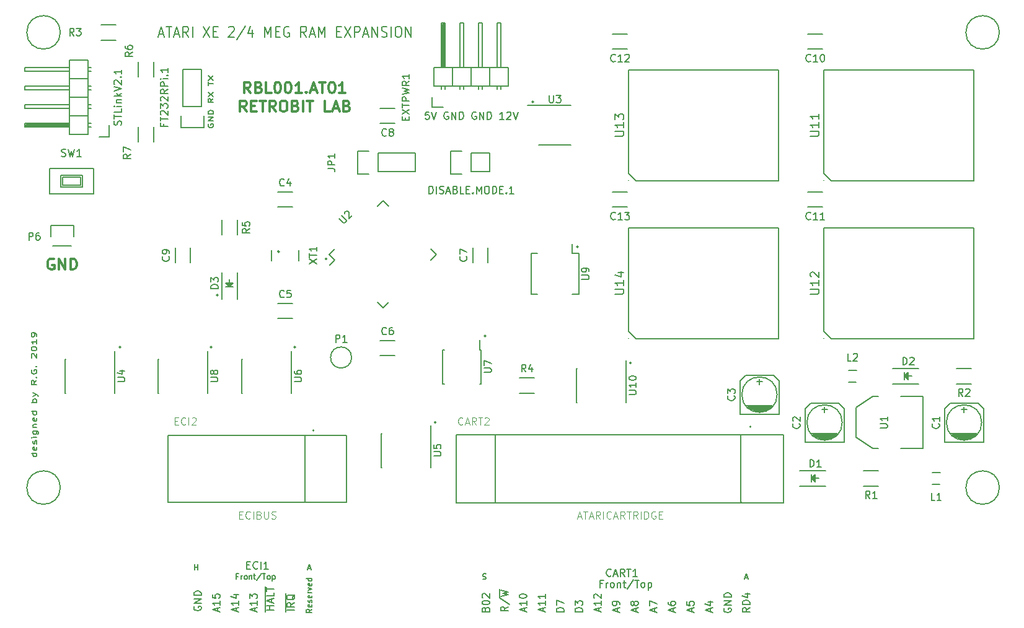
<source format=gto>
G04 #@! TF.FileFunction,Legend,Top*
%FSLAX46Y46*%
G04 Gerber Fmt 4.6, Leading zero omitted, Abs format (unit mm)*
G04 Created by KiCad (PCBNEW 4.0.2+dfsg1-stable) date Thu 10 Jan 2019 07:37:44 CET*
%MOMM*%
G01*
G04 APERTURE LIST*
%ADD10C,0.100000*%
%ADD11C,0.150000*%
%ADD12C,0.300000*%
%ADD13C,0.200000*%
%ADD14C,0.127000*%
%ADD15C,0.050000*%
G04 APERTURE END LIST*
D10*
D11*
X87946667Y-110870000D02*
X87246667Y-110870000D01*
X87913333Y-110870000D02*
X87946667Y-110965238D01*
X87946667Y-111155715D01*
X87913333Y-111250953D01*
X87880000Y-111298572D01*
X87813333Y-111346191D01*
X87613333Y-111346191D01*
X87546667Y-111298572D01*
X87513333Y-111250953D01*
X87480000Y-111155715D01*
X87480000Y-110965238D01*
X87513333Y-110870000D01*
X87913333Y-110012857D02*
X87946667Y-110108095D01*
X87946667Y-110298572D01*
X87913333Y-110393810D01*
X87846667Y-110441429D01*
X87580000Y-110441429D01*
X87513333Y-110393810D01*
X87480000Y-110298572D01*
X87480000Y-110108095D01*
X87513333Y-110012857D01*
X87580000Y-109965238D01*
X87646667Y-109965238D01*
X87713333Y-110441429D01*
X87913333Y-109584286D02*
X87946667Y-109489048D01*
X87946667Y-109298572D01*
X87913333Y-109203333D01*
X87846667Y-109155714D01*
X87813333Y-109155714D01*
X87746667Y-109203333D01*
X87713333Y-109298572D01*
X87713333Y-109441429D01*
X87680000Y-109536667D01*
X87613333Y-109584286D01*
X87580000Y-109584286D01*
X87513333Y-109536667D01*
X87480000Y-109441429D01*
X87480000Y-109298572D01*
X87513333Y-109203333D01*
X87946667Y-108727143D02*
X87480000Y-108727143D01*
X87246667Y-108727143D02*
X87280000Y-108774762D01*
X87313333Y-108727143D01*
X87280000Y-108679524D01*
X87246667Y-108727143D01*
X87313333Y-108727143D01*
X87480000Y-107822381D02*
X88046667Y-107822381D01*
X88113333Y-107870000D01*
X88146667Y-107917619D01*
X88180000Y-108012858D01*
X88180000Y-108155715D01*
X88146667Y-108250953D01*
X87913333Y-107822381D02*
X87946667Y-107917619D01*
X87946667Y-108108096D01*
X87913333Y-108203334D01*
X87880000Y-108250953D01*
X87813333Y-108298572D01*
X87613333Y-108298572D01*
X87546667Y-108250953D01*
X87513333Y-108203334D01*
X87480000Y-108108096D01*
X87480000Y-107917619D01*
X87513333Y-107822381D01*
X87480000Y-107346191D02*
X87946667Y-107346191D01*
X87546667Y-107346191D02*
X87513333Y-107298572D01*
X87480000Y-107203334D01*
X87480000Y-107060476D01*
X87513333Y-106965238D01*
X87580000Y-106917619D01*
X87946667Y-106917619D01*
X87913333Y-106060476D02*
X87946667Y-106155714D01*
X87946667Y-106346191D01*
X87913333Y-106441429D01*
X87846667Y-106489048D01*
X87580000Y-106489048D01*
X87513333Y-106441429D01*
X87480000Y-106346191D01*
X87480000Y-106155714D01*
X87513333Y-106060476D01*
X87580000Y-106012857D01*
X87646667Y-106012857D01*
X87713333Y-106489048D01*
X87946667Y-105155714D02*
X87246667Y-105155714D01*
X87913333Y-105155714D02*
X87946667Y-105250952D01*
X87946667Y-105441429D01*
X87913333Y-105536667D01*
X87880000Y-105584286D01*
X87813333Y-105631905D01*
X87613333Y-105631905D01*
X87546667Y-105584286D01*
X87513333Y-105536667D01*
X87480000Y-105441429D01*
X87480000Y-105250952D01*
X87513333Y-105155714D01*
X87946667Y-103917619D02*
X87246667Y-103917619D01*
X87513333Y-103917619D02*
X87480000Y-103822381D01*
X87480000Y-103631904D01*
X87513333Y-103536666D01*
X87546667Y-103489047D01*
X87613333Y-103441428D01*
X87813333Y-103441428D01*
X87880000Y-103489047D01*
X87913333Y-103536666D01*
X87946667Y-103631904D01*
X87946667Y-103822381D01*
X87913333Y-103917619D01*
X87480000Y-103108095D02*
X87946667Y-102870000D01*
X87480000Y-102631904D02*
X87946667Y-102870000D01*
X88113333Y-102965238D01*
X88146667Y-103012857D01*
X88180000Y-103108095D01*
X87946667Y-100917618D02*
X87613333Y-101250952D01*
X87946667Y-101489047D02*
X87246667Y-101489047D01*
X87246667Y-101108094D01*
X87280000Y-101012856D01*
X87313333Y-100965237D01*
X87380000Y-100917618D01*
X87480000Y-100917618D01*
X87546667Y-100965237D01*
X87580000Y-101012856D01*
X87613333Y-101108094D01*
X87613333Y-101489047D01*
X87880000Y-100489047D02*
X87913333Y-100441428D01*
X87946667Y-100489047D01*
X87913333Y-100536666D01*
X87880000Y-100489047D01*
X87946667Y-100489047D01*
X87280000Y-99489047D02*
X87246667Y-99584285D01*
X87246667Y-99727142D01*
X87280000Y-99870000D01*
X87346667Y-99965238D01*
X87413333Y-100012857D01*
X87546667Y-100060476D01*
X87646667Y-100060476D01*
X87780000Y-100012857D01*
X87846667Y-99965238D01*
X87913333Y-99870000D01*
X87946667Y-99727142D01*
X87946667Y-99631904D01*
X87913333Y-99489047D01*
X87880000Y-99441428D01*
X87646667Y-99441428D01*
X87646667Y-99631904D01*
X87880000Y-99012857D02*
X87913333Y-98965238D01*
X87946667Y-99012857D01*
X87913333Y-99060476D01*
X87880000Y-99012857D01*
X87946667Y-99012857D01*
X87313333Y-97822381D02*
X87280000Y-97774762D01*
X87246667Y-97679524D01*
X87246667Y-97441428D01*
X87280000Y-97346190D01*
X87313333Y-97298571D01*
X87380000Y-97250952D01*
X87446667Y-97250952D01*
X87546667Y-97298571D01*
X87946667Y-97870000D01*
X87946667Y-97250952D01*
X87246667Y-96631905D02*
X87246667Y-96536666D01*
X87280000Y-96441428D01*
X87313333Y-96393809D01*
X87380000Y-96346190D01*
X87513333Y-96298571D01*
X87680000Y-96298571D01*
X87813333Y-96346190D01*
X87880000Y-96393809D01*
X87913333Y-96441428D01*
X87946667Y-96536666D01*
X87946667Y-96631905D01*
X87913333Y-96727143D01*
X87880000Y-96774762D01*
X87813333Y-96822381D01*
X87680000Y-96870000D01*
X87513333Y-96870000D01*
X87380000Y-96822381D01*
X87313333Y-96774762D01*
X87280000Y-96727143D01*
X87246667Y-96631905D01*
X87946667Y-95346190D02*
X87946667Y-95917619D01*
X87946667Y-95631905D02*
X87246667Y-95631905D01*
X87346667Y-95727143D01*
X87413333Y-95822381D01*
X87446667Y-95917619D01*
X87946667Y-94870000D02*
X87946667Y-94679524D01*
X87913333Y-94584285D01*
X87880000Y-94536666D01*
X87780000Y-94441428D01*
X87646667Y-94393809D01*
X87380000Y-94393809D01*
X87313333Y-94441428D01*
X87280000Y-94489047D01*
X87246667Y-94584285D01*
X87246667Y-94774762D01*
X87280000Y-94870000D01*
X87313333Y-94917619D01*
X87380000Y-94965238D01*
X87546667Y-94965238D01*
X87613333Y-94917619D01*
X87646667Y-94870000D01*
X87680000Y-94774762D01*
X87680000Y-94584285D01*
X87646667Y-94489047D01*
X87613333Y-94441428D01*
X87546667Y-94393809D01*
D12*
X90297143Y-84340000D02*
X90154286Y-84268571D01*
X89940000Y-84268571D01*
X89725715Y-84340000D01*
X89582857Y-84482857D01*
X89511429Y-84625714D01*
X89440000Y-84911429D01*
X89440000Y-85125714D01*
X89511429Y-85411429D01*
X89582857Y-85554286D01*
X89725715Y-85697143D01*
X89940000Y-85768571D01*
X90082857Y-85768571D01*
X90297143Y-85697143D01*
X90368572Y-85625714D01*
X90368572Y-85125714D01*
X90082857Y-85125714D01*
X91011429Y-85768571D02*
X91011429Y-84268571D01*
X91868572Y-85768571D01*
X91868572Y-84268571D01*
X92582858Y-85768571D02*
X92582858Y-84268571D01*
X92940001Y-84268571D01*
X93154286Y-84340000D01*
X93297144Y-84482857D01*
X93368572Y-84625714D01*
X93440001Y-84911429D01*
X93440001Y-85125714D01*
X93368572Y-85411429D01*
X93297144Y-85554286D01*
X93154286Y-85697143D01*
X92940001Y-85768571D01*
X92582858Y-85768571D01*
X117154287Y-61638571D02*
X116654287Y-60924286D01*
X116297144Y-61638571D02*
X116297144Y-60138571D01*
X116868572Y-60138571D01*
X117011430Y-60210000D01*
X117082858Y-60281429D01*
X117154287Y-60424286D01*
X117154287Y-60638571D01*
X117082858Y-60781429D01*
X117011430Y-60852857D01*
X116868572Y-60924286D01*
X116297144Y-60924286D01*
X118297144Y-60852857D02*
X118511430Y-60924286D01*
X118582858Y-60995714D01*
X118654287Y-61138571D01*
X118654287Y-61352857D01*
X118582858Y-61495714D01*
X118511430Y-61567143D01*
X118368572Y-61638571D01*
X117797144Y-61638571D01*
X117797144Y-60138571D01*
X118297144Y-60138571D01*
X118440001Y-60210000D01*
X118511430Y-60281429D01*
X118582858Y-60424286D01*
X118582858Y-60567143D01*
X118511430Y-60710000D01*
X118440001Y-60781429D01*
X118297144Y-60852857D01*
X117797144Y-60852857D01*
X120011430Y-61638571D02*
X119297144Y-61638571D01*
X119297144Y-60138571D01*
X120797144Y-60138571D02*
X120940001Y-60138571D01*
X121082858Y-60210000D01*
X121154287Y-60281429D01*
X121225716Y-60424286D01*
X121297144Y-60710000D01*
X121297144Y-61067143D01*
X121225716Y-61352857D01*
X121154287Y-61495714D01*
X121082858Y-61567143D01*
X120940001Y-61638571D01*
X120797144Y-61638571D01*
X120654287Y-61567143D01*
X120582858Y-61495714D01*
X120511430Y-61352857D01*
X120440001Y-61067143D01*
X120440001Y-60710000D01*
X120511430Y-60424286D01*
X120582858Y-60281429D01*
X120654287Y-60210000D01*
X120797144Y-60138571D01*
X122225715Y-60138571D02*
X122368572Y-60138571D01*
X122511429Y-60210000D01*
X122582858Y-60281429D01*
X122654287Y-60424286D01*
X122725715Y-60710000D01*
X122725715Y-61067143D01*
X122654287Y-61352857D01*
X122582858Y-61495714D01*
X122511429Y-61567143D01*
X122368572Y-61638571D01*
X122225715Y-61638571D01*
X122082858Y-61567143D01*
X122011429Y-61495714D01*
X121940001Y-61352857D01*
X121868572Y-61067143D01*
X121868572Y-60710000D01*
X121940001Y-60424286D01*
X122011429Y-60281429D01*
X122082858Y-60210000D01*
X122225715Y-60138571D01*
X124154286Y-61638571D02*
X123297143Y-61638571D01*
X123725715Y-61638571D02*
X123725715Y-60138571D01*
X123582858Y-60352857D01*
X123440000Y-60495714D01*
X123297143Y-60567143D01*
X124797143Y-61495714D02*
X124868571Y-61567143D01*
X124797143Y-61638571D01*
X124725714Y-61567143D01*
X124797143Y-61495714D01*
X124797143Y-61638571D01*
X125440000Y-61210000D02*
X126154286Y-61210000D01*
X125297143Y-61638571D02*
X125797143Y-60138571D01*
X126297143Y-61638571D01*
X126582857Y-60138571D02*
X127440000Y-60138571D01*
X127011429Y-61638571D02*
X127011429Y-60138571D01*
X128225714Y-60138571D02*
X128368571Y-60138571D01*
X128511428Y-60210000D01*
X128582857Y-60281429D01*
X128654286Y-60424286D01*
X128725714Y-60710000D01*
X128725714Y-61067143D01*
X128654286Y-61352857D01*
X128582857Y-61495714D01*
X128511428Y-61567143D01*
X128368571Y-61638571D01*
X128225714Y-61638571D01*
X128082857Y-61567143D01*
X128011428Y-61495714D01*
X127940000Y-61352857D01*
X127868571Y-61067143D01*
X127868571Y-60710000D01*
X127940000Y-60424286D01*
X128011428Y-60281429D01*
X128082857Y-60210000D01*
X128225714Y-60138571D01*
X130154285Y-61638571D02*
X129297142Y-61638571D01*
X129725714Y-61638571D02*
X129725714Y-60138571D01*
X129582857Y-60352857D01*
X129439999Y-60495714D01*
X129297142Y-60567143D01*
X116618572Y-64178571D02*
X116118572Y-63464286D01*
X115761429Y-64178571D02*
X115761429Y-62678571D01*
X116332857Y-62678571D01*
X116475715Y-62750000D01*
X116547143Y-62821429D01*
X116618572Y-62964286D01*
X116618572Y-63178571D01*
X116547143Y-63321429D01*
X116475715Y-63392857D01*
X116332857Y-63464286D01*
X115761429Y-63464286D01*
X117261429Y-63392857D02*
X117761429Y-63392857D01*
X117975715Y-64178571D02*
X117261429Y-64178571D01*
X117261429Y-62678571D01*
X117975715Y-62678571D01*
X118404286Y-62678571D02*
X119261429Y-62678571D01*
X118832858Y-64178571D02*
X118832858Y-62678571D01*
X120618572Y-64178571D02*
X120118572Y-63464286D01*
X119761429Y-64178571D02*
X119761429Y-62678571D01*
X120332857Y-62678571D01*
X120475715Y-62750000D01*
X120547143Y-62821429D01*
X120618572Y-62964286D01*
X120618572Y-63178571D01*
X120547143Y-63321429D01*
X120475715Y-63392857D01*
X120332857Y-63464286D01*
X119761429Y-63464286D01*
X121547143Y-62678571D02*
X121832857Y-62678571D01*
X121975715Y-62750000D01*
X122118572Y-62892857D01*
X122190000Y-63178571D01*
X122190000Y-63678571D01*
X122118572Y-63964286D01*
X121975715Y-64107143D01*
X121832857Y-64178571D01*
X121547143Y-64178571D01*
X121404286Y-64107143D01*
X121261429Y-63964286D01*
X121190000Y-63678571D01*
X121190000Y-63178571D01*
X121261429Y-62892857D01*
X121404286Y-62750000D01*
X121547143Y-62678571D01*
X123332858Y-63392857D02*
X123547144Y-63464286D01*
X123618572Y-63535714D01*
X123690001Y-63678571D01*
X123690001Y-63892857D01*
X123618572Y-64035714D01*
X123547144Y-64107143D01*
X123404286Y-64178571D01*
X122832858Y-64178571D01*
X122832858Y-62678571D01*
X123332858Y-62678571D01*
X123475715Y-62750000D01*
X123547144Y-62821429D01*
X123618572Y-62964286D01*
X123618572Y-63107143D01*
X123547144Y-63250000D01*
X123475715Y-63321429D01*
X123332858Y-63392857D01*
X122832858Y-63392857D01*
X124332858Y-64178571D02*
X124332858Y-62678571D01*
X124832858Y-62678571D02*
X125690001Y-62678571D01*
X125261430Y-64178571D02*
X125261430Y-62678571D01*
X128047144Y-64178571D02*
X127332858Y-64178571D01*
X127332858Y-62678571D01*
X128475715Y-63750000D02*
X129190001Y-63750000D01*
X128332858Y-64178571D02*
X128832858Y-62678571D01*
X129332858Y-64178571D01*
X130332858Y-63392857D02*
X130547144Y-63464286D01*
X130618572Y-63535714D01*
X130690001Y-63678571D01*
X130690001Y-63892857D01*
X130618572Y-64035714D01*
X130547144Y-64107143D01*
X130404286Y-64178571D01*
X129832858Y-64178571D01*
X129832858Y-62678571D01*
X130332858Y-62678571D01*
X130475715Y-62750000D01*
X130547144Y-62821429D01*
X130618572Y-62964286D01*
X130618572Y-63107143D01*
X130547144Y-63250000D01*
X130475715Y-63321429D01*
X130332858Y-63392857D01*
X129832858Y-63392857D01*
D13*
X104679525Y-53590000D02*
X105298573Y-53590000D01*
X104555716Y-54018571D02*
X104989049Y-52518571D01*
X105422382Y-54018571D01*
X105670002Y-52518571D02*
X106412859Y-52518571D01*
X106041430Y-54018571D02*
X106041430Y-52518571D01*
X106784287Y-53590000D02*
X107403335Y-53590000D01*
X106660478Y-54018571D02*
X107093811Y-52518571D01*
X107527144Y-54018571D01*
X108703335Y-54018571D02*
X108270002Y-53304286D01*
X107960478Y-54018571D02*
X107960478Y-52518571D01*
X108455716Y-52518571D01*
X108579525Y-52590000D01*
X108641430Y-52661429D01*
X108703335Y-52804286D01*
X108703335Y-53018571D01*
X108641430Y-53161429D01*
X108579525Y-53232857D01*
X108455716Y-53304286D01*
X107960478Y-53304286D01*
X109260478Y-54018571D02*
X109260478Y-52518571D01*
X110746192Y-52518571D02*
X111612859Y-54018571D01*
X111612859Y-52518571D02*
X110746192Y-54018571D01*
X112108097Y-53232857D02*
X112541430Y-53232857D01*
X112727144Y-54018571D02*
X112108097Y-54018571D01*
X112108097Y-52518571D01*
X112727144Y-52518571D01*
X114212858Y-52661429D02*
X114274763Y-52590000D01*
X114398572Y-52518571D01*
X114708096Y-52518571D01*
X114831906Y-52590000D01*
X114893810Y-52661429D01*
X114955715Y-52804286D01*
X114955715Y-52947143D01*
X114893810Y-53161429D01*
X114150953Y-54018571D01*
X114955715Y-54018571D01*
X116441429Y-52447143D02*
X115327144Y-54375714D01*
X117431906Y-53018571D02*
X117431906Y-54018571D01*
X117122382Y-52447143D02*
X116812858Y-53518571D01*
X117617620Y-53518571D01*
X119103334Y-54018571D02*
X119103334Y-52518571D01*
X119536667Y-53590000D01*
X119970000Y-52518571D01*
X119970000Y-54018571D01*
X120589048Y-53232857D02*
X121022381Y-53232857D01*
X121208095Y-54018571D02*
X120589048Y-54018571D01*
X120589048Y-52518571D01*
X121208095Y-52518571D01*
X122446190Y-52590000D02*
X122322381Y-52518571D01*
X122136666Y-52518571D01*
X121950952Y-52590000D01*
X121827143Y-52732857D01*
X121765238Y-52875714D01*
X121703333Y-53161429D01*
X121703333Y-53375714D01*
X121765238Y-53661429D01*
X121827143Y-53804286D01*
X121950952Y-53947143D01*
X122136666Y-54018571D01*
X122260476Y-54018571D01*
X122446190Y-53947143D01*
X122508095Y-53875714D01*
X122508095Y-53375714D01*
X122260476Y-53375714D01*
X124798571Y-54018571D02*
X124365238Y-53304286D01*
X124055714Y-54018571D02*
X124055714Y-52518571D01*
X124550952Y-52518571D01*
X124674761Y-52590000D01*
X124736666Y-52661429D01*
X124798571Y-52804286D01*
X124798571Y-53018571D01*
X124736666Y-53161429D01*
X124674761Y-53232857D01*
X124550952Y-53304286D01*
X124055714Y-53304286D01*
X125293809Y-53590000D02*
X125912857Y-53590000D01*
X125170000Y-54018571D02*
X125603333Y-52518571D01*
X126036666Y-54018571D01*
X126470000Y-54018571D02*
X126470000Y-52518571D01*
X126903333Y-53590000D01*
X127336666Y-52518571D01*
X127336666Y-54018571D01*
X128946190Y-53232857D02*
X129379523Y-53232857D01*
X129565237Y-54018571D02*
X128946190Y-54018571D01*
X128946190Y-52518571D01*
X129565237Y-52518571D01*
X129998570Y-52518571D02*
X130865237Y-54018571D01*
X130865237Y-52518571D02*
X129998570Y-54018571D01*
X131360475Y-54018571D02*
X131360475Y-52518571D01*
X131855713Y-52518571D01*
X131979522Y-52590000D01*
X132041427Y-52661429D01*
X132103332Y-52804286D01*
X132103332Y-53018571D01*
X132041427Y-53161429D01*
X131979522Y-53232857D01*
X131855713Y-53304286D01*
X131360475Y-53304286D01*
X132598570Y-53590000D02*
X133217618Y-53590000D01*
X132474761Y-54018571D02*
X132908094Y-52518571D01*
X133341427Y-54018571D01*
X133774761Y-54018571D02*
X133774761Y-52518571D01*
X134517618Y-54018571D01*
X134517618Y-52518571D01*
X135074761Y-53947143D02*
X135260475Y-54018571D01*
X135569999Y-54018571D01*
X135693809Y-53947143D01*
X135755713Y-53875714D01*
X135817618Y-53732857D01*
X135817618Y-53590000D01*
X135755713Y-53447143D01*
X135693809Y-53375714D01*
X135569999Y-53304286D01*
X135322380Y-53232857D01*
X135198571Y-53161429D01*
X135136666Y-53090000D01*
X135074761Y-52947143D01*
X135074761Y-52804286D01*
X135136666Y-52661429D01*
X135198571Y-52590000D01*
X135322380Y-52518571D01*
X135631904Y-52518571D01*
X135817618Y-52590000D01*
X136374761Y-54018571D02*
X136374761Y-52518571D01*
X137241428Y-52518571D02*
X137489047Y-52518571D01*
X137612856Y-52590000D01*
X137736666Y-52732857D01*
X137798571Y-53018571D01*
X137798571Y-53518571D01*
X137736666Y-53804286D01*
X137612856Y-53947143D01*
X137489047Y-54018571D01*
X137241428Y-54018571D01*
X137117618Y-53947143D01*
X136993809Y-53804286D01*
X136931904Y-53518571D01*
X136931904Y-53018571D01*
X136993809Y-52732857D01*
X137117618Y-52590000D01*
X137241428Y-52518571D01*
X138355714Y-54018571D02*
X138355714Y-52518571D01*
X139098571Y-54018571D01*
X139098571Y-52518571D01*
D11*
X111410000Y-65886428D02*
X111376667Y-65972142D01*
X111376667Y-66100713D01*
X111410000Y-66229285D01*
X111476667Y-66314999D01*
X111543333Y-66357856D01*
X111676667Y-66400713D01*
X111776667Y-66400713D01*
X111910000Y-66357856D01*
X111976667Y-66314999D01*
X112043333Y-66229285D01*
X112076667Y-66100713D01*
X112076667Y-66014999D01*
X112043333Y-65886428D01*
X112010000Y-65843571D01*
X111776667Y-65843571D01*
X111776667Y-66014999D01*
X112076667Y-65457856D02*
X111376667Y-65457856D01*
X112076667Y-64943571D01*
X111376667Y-64943571D01*
X112076667Y-64514999D02*
X111376667Y-64514999D01*
X111376667Y-64300714D01*
X111410000Y-64172142D01*
X111476667Y-64086428D01*
X111543333Y-64043571D01*
X111676667Y-64000714D01*
X111776667Y-64000714D01*
X111910000Y-64043571D01*
X111976667Y-64086428D01*
X112043333Y-64172142D01*
X112076667Y-64300714D01*
X112076667Y-64514999D01*
X112076667Y-62415000D02*
X111743333Y-62715000D01*
X112076667Y-62929285D02*
X111376667Y-62929285D01*
X111376667Y-62586428D01*
X111410000Y-62500714D01*
X111443333Y-62457857D01*
X111510000Y-62415000D01*
X111610000Y-62415000D01*
X111676667Y-62457857D01*
X111710000Y-62500714D01*
X111743333Y-62586428D01*
X111743333Y-62929285D01*
X111376667Y-62115000D02*
X112076667Y-61515000D01*
X111376667Y-61515000D02*
X112076667Y-62115000D01*
X111376667Y-60615000D02*
X111376667Y-60100714D01*
X112076667Y-60357857D02*
X111376667Y-60357857D01*
X111376667Y-59886429D02*
X112076667Y-59286429D01*
X111376667Y-59286429D02*
X112076667Y-59886429D01*
D13*
X142494000Y-106680000D02*
G75*
G03X142494000Y-106680000I-127000J0D01*
G01*
X184150000Y-117602000D02*
X184277000Y-117602000D01*
X184150000Y-108331000D02*
X184150000Y-117602000D01*
X112776000Y-89281000D02*
G75*
G03X112776000Y-89281000I-127000J0D01*
G01*
X111887000Y-96393000D02*
G75*
G03X111887000Y-96393000I-127000J0D01*
G01*
X99441000Y-96393000D02*
G75*
G03X99441000Y-96393000I-127000J0D01*
G01*
X124587000Y-108458000D02*
X124587000Y-117602000D01*
X130976841Y-97790000D02*
G75*
G03X130976841Y-97790000I-1436841J0D01*
G01*
X155829000Y-62865000D02*
G75*
G03X155829000Y-62865000I-127000J0D01*
G01*
X169164000Y-98552000D02*
G75*
G03X169164000Y-98552000I-127000J0D01*
G01*
X123317000Y-96393000D02*
G75*
G03X123317000Y-96393000I-127000J0D01*
G01*
X149352000Y-94869000D02*
G75*
G03X149352000Y-94869000I-127000J0D01*
G01*
X161925000Y-82677000D02*
G75*
G03X161925000Y-82677000I-127000J0D01*
G01*
X127635000Y-84328000D02*
G75*
G03X127635000Y-84328000I-127000J0D01*
G01*
X141558095Y-64222381D02*
X141081904Y-64222381D01*
X141034285Y-64698571D01*
X141081904Y-64650952D01*
X141177142Y-64603333D01*
X141415238Y-64603333D01*
X141510476Y-64650952D01*
X141558095Y-64698571D01*
X141605714Y-64793810D01*
X141605714Y-65031905D01*
X141558095Y-65127143D01*
X141510476Y-65174762D01*
X141415238Y-65222381D01*
X141177142Y-65222381D01*
X141081904Y-65174762D01*
X141034285Y-65127143D01*
X141891428Y-64222381D02*
X142224761Y-65222381D01*
X142558095Y-64222381D01*
X144177143Y-64270000D02*
X144081905Y-64222381D01*
X143939048Y-64222381D01*
X143796190Y-64270000D01*
X143700952Y-64365238D01*
X143653333Y-64460476D01*
X143605714Y-64650952D01*
X143605714Y-64793810D01*
X143653333Y-64984286D01*
X143700952Y-65079524D01*
X143796190Y-65174762D01*
X143939048Y-65222381D01*
X144034286Y-65222381D01*
X144177143Y-65174762D01*
X144224762Y-65127143D01*
X144224762Y-64793810D01*
X144034286Y-64793810D01*
X144653333Y-65222381D02*
X144653333Y-64222381D01*
X145224762Y-65222381D01*
X145224762Y-64222381D01*
X145700952Y-65222381D02*
X145700952Y-64222381D01*
X145939047Y-64222381D01*
X146081905Y-64270000D01*
X146177143Y-64365238D01*
X146224762Y-64460476D01*
X146272381Y-64650952D01*
X146272381Y-64793810D01*
X146224762Y-64984286D01*
X146177143Y-65079524D01*
X146081905Y-65174762D01*
X145939047Y-65222381D01*
X145700952Y-65222381D01*
X147986667Y-64270000D02*
X147891429Y-64222381D01*
X147748572Y-64222381D01*
X147605714Y-64270000D01*
X147510476Y-64365238D01*
X147462857Y-64460476D01*
X147415238Y-64650952D01*
X147415238Y-64793810D01*
X147462857Y-64984286D01*
X147510476Y-65079524D01*
X147605714Y-65174762D01*
X147748572Y-65222381D01*
X147843810Y-65222381D01*
X147986667Y-65174762D01*
X148034286Y-65127143D01*
X148034286Y-64793810D01*
X147843810Y-64793810D01*
X148462857Y-65222381D02*
X148462857Y-64222381D01*
X149034286Y-65222381D01*
X149034286Y-64222381D01*
X149510476Y-65222381D02*
X149510476Y-64222381D01*
X149748571Y-64222381D01*
X149891429Y-64270000D01*
X149986667Y-64365238D01*
X150034286Y-64460476D01*
X150081905Y-64650952D01*
X150081905Y-64793810D01*
X150034286Y-64984286D01*
X149986667Y-65079524D01*
X149891429Y-65174762D01*
X149748571Y-65222381D01*
X149510476Y-65222381D01*
X151796191Y-65222381D02*
X151224762Y-65222381D01*
X151510476Y-65222381D02*
X151510476Y-64222381D01*
X151415238Y-64365238D01*
X151320000Y-64460476D01*
X151224762Y-64508095D01*
X152177143Y-64317619D02*
X152224762Y-64270000D01*
X152320000Y-64222381D01*
X152558096Y-64222381D01*
X152653334Y-64270000D01*
X152700953Y-64317619D01*
X152748572Y-64412857D01*
X152748572Y-64508095D01*
X152700953Y-64650952D01*
X152129524Y-65222381D01*
X152748572Y-65222381D01*
X153034286Y-64222381D02*
X153367619Y-65222381D01*
X153700953Y-64222381D01*
D11*
X97820000Y-67590000D02*
X97820000Y-66040000D01*
X96520000Y-67590000D02*
X97820000Y-67590000D01*
X92329000Y-66167000D02*
X86487000Y-66167000D01*
X86487000Y-66167000D02*
X86487000Y-65913000D01*
X86487000Y-65913000D02*
X92329000Y-65913000D01*
X92329000Y-65913000D02*
X92329000Y-66040000D01*
X92329000Y-66040000D02*
X86487000Y-66040000D01*
X94996000Y-66294000D02*
X95377000Y-66294000D01*
X94996000Y-65786000D02*
X95377000Y-65786000D01*
X94996000Y-63754000D02*
X95377000Y-63754000D01*
X94996000Y-63246000D02*
X95377000Y-63246000D01*
X94996000Y-61214000D02*
X95377000Y-61214000D01*
X94996000Y-60706000D02*
X95377000Y-60706000D01*
X94996000Y-58166000D02*
X95377000Y-58166000D01*
X94996000Y-58674000D02*
X95377000Y-58674000D01*
X94996000Y-67310000D02*
X92456000Y-67310000D01*
X94996000Y-64770000D02*
X92456000Y-64770000D01*
X94996000Y-64770000D02*
X94996000Y-62230000D01*
X94996000Y-62230000D02*
X92456000Y-62230000D01*
X92456000Y-63754000D02*
X86360000Y-63754000D01*
X86360000Y-63754000D02*
X86360000Y-63246000D01*
X86360000Y-63246000D02*
X92456000Y-63246000D01*
X92456000Y-62230000D02*
X92456000Y-64770000D01*
X92456000Y-64770000D02*
X92456000Y-67310000D01*
X86360000Y-65786000D02*
X92456000Y-65786000D01*
X86360000Y-66294000D02*
X86360000Y-65786000D01*
X92456000Y-66294000D02*
X86360000Y-66294000D01*
X94996000Y-64770000D02*
X92456000Y-64770000D01*
X94996000Y-67310000D02*
X94996000Y-64770000D01*
X94996000Y-59690000D02*
X92456000Y-59690000D01*
X94996000Y-59690000D02*
X94996000Y-57150000D01*
X94996000Y-57150000D02*
X92456000Y-57150000D01*
X92456000Y-58674000D02*
X86360000Y-58674000D01*
X86360000Y-58674000D02*
X86360000Y-58166000D01*
X86360000Y-58166000D02*
X92456000Y-58166000D01*
X92456000Y-57150000D02*
X92456000Y-59690000D01*
X92456000Y-59690000D02*
X92456000Y-62230000D01*
X86360000Y-60706000D02*
X92456000Y-60706000D01*
X86360000Y-61214000D02*
X86360000Y-60706000D01*
X92456000Y-61214000D02*
X86360000Y-61214000D01*
X94996000Y-59690000D02*
X92456000Y-59690000D01*
X94996000Y-62230000D02*
X94996000Y-59690000D01*
X94996000Y-62230000D02*
X92456000Y-62230000D01*
X130302000Y-109982000D02*
X130302000Y-108458000D01*
X130302000Y-108458000D02*
X105918000Y-108458000D01*
X105918000Y-108458000D02*
X105918000Y-117602000D01*
X105918000Y-117602000D02*
X130302000Y-117602000D01*
X130302000Y-109982000D02*
X130302000Y-117602000D01*
D14*
X150622000Y-108356700D02*
X150622000Y-117703700D01*
D13*
X125830000Y-107759500D02*
G75*
G03X125830000Y-107759500I-100000J0D01*
G01*
D11*
X213995000Y-108966000D02*
X215392000Y-108966000D01*
X213741000Y-108839000D02*
X215519000Y-108839000D01*
X213360000Y-108712000D02*
X215900000Y-108712000D01*
X216027000Y-108585000D02*
X213233000Y-108585000D01*
X213106000Y-108458000D02*
X216154000Y-108458000D01*
X216281000Y-108331000D02*
X212979000Y-108331000D01*
X212852000Y-108204000D02*
X216408000Y-108204000D01*
X211963000Y-109347000D02*
X211963000Y-104775000D01*
X211963000Y-104775000D02*
X212725000Y-104013000D01*
X212725000Y-104013000D02*
X216535000Y-104013000D01*
X216535000Y-104013000D02*
X217297000Y-104775000D01*
X217297000Y-104775000D02*
X217297000Y-109347000D01*
X217297000Y-109347000D02*
X211963000Y-109347000D01*
X214630000Y-104521000D02*
X214630000Y-105283000D01*
X214249000Y-104902000D02*
X215011000Y-104902000D01*
X217043000Y-106680000D02*
G75*
G03X217043000Y-106680000I-2413000J0D01*
G01*
X186055000Y-105156000D02*
X187452000Y-105156000D01*
X185801000Y-105029000D02*
X187579000Y-105029000D01*
X185420000Y-104902000D02*
X187960000Y-104902000D01*
X188087000Y-104775000D02*
X185293000Y-104775000D01*
X185166000Y-104648000D02*
X188214000Y-104648000D01*
X188341000Y-104521000D02*
X185039000Y-104521000D01*
X184912000Y-104394000D02*
X188468000Y-104394000D01*
X184023000Y-105537000D02*
X184023000Y-100965000D01*
X184023000Y-100965000D02*
X184785000Y-100203000D01*
X184785000Y-100203000D02*
X188595000Y-100203000D01*
X188595000Y-100203000D02*
X189357000Y-100965000D01*
X189357000Y-100965000D02*
X189357000Y-105537000D01*
X189357000Y-105537000D02*
X184023000Y-105537000D01*
X186690000Y-100711000D02*
X186690000Y-101473000D01*
X186309000Y-101092000D02*
X187071000Y-101092000D01*
X189103000Y-102870000D02*
G75*
G03X189103000Y-102870000I-2413000J0D01*
G01*
X122920000Y-75175000D02*
X120920000Y-75175000D01*
X120920000Y-77225000D02*
X122920000Y-77225000D01*
X122920000Y-90415000D02*
X120920000Y-90415000D01*
X120920000Y-92465000D02*
X122920000Y-92465000D01*
X136890000Y-95495000D02*
X134890000Y-95495000D01*
X134890000Y-97545000D02*
X136890000Y-97545000D01*
X147565000Y-82820000D02*
X147565000Y-84820000D01*
X149615000Y-84820000D02*
X149615000Y-82820000D01*
X134890000Y-65795000D02*
X136890000Y-65795000D01*
X136890000Y-63745000D02*
X134890000Y-63745000D01*
X106925000Y-82820000D02*
X106925000Y-84820000D01*
X108975000Y-84820000D02*
X108975000Y-82820000D01*
X193310000Y-55635000D02*
X195310000Y-55635000D01*
X195310000Y-53585000D02*
X193310000Y-53585000D01*
X193310000Y-77225000D02*
X195310000Y-77225000D01*
X195310000Y-75175000D02*
X193310000Y-75175000D01*
X166640000Y-55635000D02*
X168640000Y-55635000D01*
X168640000Y-53585000D02*
X166640000Y-53585000D01*
X166640000Y-77225000D02*
X168640000Y-77225000D01*
X168640000Y-75175000D02*
X166640000Y-75175000D01*
X192160000Y-115350000D02*
X195760000Y-115350000D01*
X192160000Y-113250000D02*
X195760000Y-113250000D01*
X194210000Y-114000000D02*
X194210000Y-114600000D01*
X194210000Y-114600000D02*
X193910000Y-114300000D01*
X193910000Y-114300000D02*
X194110000Y-114100000D01*
X194110000Y-114100000D02*
X194110000Y-114350000D01*
X194110000Y-114350000D02*
X194060000Y-114300000D01*
X193810000Y-113800000D02*
X193810000Y-114800000D01*
X194310000Y-114300000D02*
X194810000Y-114300000D01*
X193810000Y-114300000D02*
X194310000Y-113800000D01*
X194310000Y-113800000D02*
X194310000Y-114800000D01*
X194310000Y-114800000D02*
X193810000Y-114300000D01*
X204860000Y-101380000D02*
X208460000Y-101380000D01*
X204860000Y-99280000D02*
X208460000Y-99280000D01*
X206910000Y-100030000D02*
X206910000Y-100630000D01*
X206910000Y-100630000D02*
X206610000Y-100330000D01*
X206610000Y-100330000D02*
X206810000Y-100130000D01*
X206810000Y-100130000D02*
X206810000Y-100380000D01*
X206810000Y-100380000D02*
X206760000Y-100330000D01*
X206510000Y-99830000D02*
X206510000Y-100830000D01*
X207010000Y-100330000D02*
X207510000Y-100330000D01*
X206510000Y-100330000D02*
X207010000Y-99830000D01*
X207010000Y-99830000D02*
X207010000Y-100830000D01*
X207010000Y-100830000D02*
X206510000Y-100330000D01*
X115350000Y-89780000D02*
X115350000Y-86180000D01*
X113250000Y-89780000D02*
X113250000Y-86180000D01*
X114000000Y-87730000D02*
X114600000Y-87730000D01*
X114600000Y-87730000D02*
X114300000Y-88030000D01*
X114300000Y-88030000D02*
X114100000Y-87830000D01*
X114100000Y-87830000D02*
X114350000Y-87830000D01*
X114350000Y-87830000D02*
X114300000Y-87880000D01*
X113800000Y-88130000D02*
X114800000Y-88130000D01*
X114300000Y-87630000D02*
X114300000Y-87130000D01*
X114300000Y-88130000D02*
X113800000Y-87630000D01*
X113800000Y-87630000D02*
X114800000Y-87630000D01*
X114800000Y-87630000D02*
X114300000Y-88130000D01*
X110490000Y-63500000D02*
X110490000Y-58420000D01*
X110490000Y-58420000D02*
X107950000Y-58420000D01*
X107950000Y-58420000D02*
X107950000Y-63500000D01*
X107670000Y-66320000D02*
X107670000Y-64770000D01*
X107950000Y-63500000D02*
X110490000Y-63500000D01*
X110770000Y-64770000D02*
X110770000Y-66320000D01*
X110770000Y-66320000D02*
X107670000Y-66320000D01*
X134620000Y-72390000D02*
X139700000Y-72390000D01*
X139700000Y-72390000D02*
X139700000Y-69850000D01*
X139700000Y-69850000D02*
X134620000Y-69850000D01*
X131800000Y-69570000D02*
X133350000Y-69570000D01*
X134620000Y-69850000D02*
X134620000Y-72390000D01*
X133350000Y-72670000D02*
X131800000Y-72670000D01*
X131800000Y-72670000D02*
X131800000Y-69570000D01*
X211371180Y-113499900D02*
X210319620Y-113499900D01*
X210268820Y-115100100D02*
X211320380Y-115100100D01*
X198838820Y-101130100D02*
X199890380Y-101130100D01*
X199941180Y-99529900D02*
X198889620Y-99529900D01*
X91186000Y-115570000D02*
G75*
G03X91186000Y-115570000I-2286000J0D01*
G01*
X91186000Y-53340000D02*
G75*
G03X91186000Y-53340000I-2286000J0D01*
G01*
X219456000Y-53340000D02*
G75*
G03X219456000Y-53340000I-2286000J0D01*
G01*
X219456000Y-115570000D02*
G75*
G03X219456000Y-115570000I-2286000J0D01*
G01*
X200930000Y-113225000D02*
X202930000Y-113225000D01*
X202930000Y-115375000D02*
X200930000Y-115375000D01*
X213630000Y-99255000D02*
X215630000Y-99255000D01*
X215630000Y-101405000D02*
X213630000Y-101405000D01*
X96790000Y-52265000D02*
X98790000Y-52265000D01*
X98790000Y-54415000D02*
X96790000Y-54415000D01*
X155940000Y-102675000D02*
X153940000Y-102675000D01*
X153940000Y-100525000D02*
X155940000Y-100525000D01*
X113225000Y-81010000D02*
X113225000Y-79010000D01*
X115375000Y-79010000D02*
X115375000Y-81010000D01*
X101795000Y-59420000D02*
X101795000Y-57420000D01*
X103945000Y-57420000D02*
X103945000Y-59420000D01*
X103945000Y-66310000D02*
X103945000Y-68310000D01*
X101795000Y-68310000D02*
X101795000Y-66310000D01*
X91470110Y-73109780D02*
X93970110Y-73109780D01*
X93970110Y-73109780D02*
X93970110Y-74209780D01*
X93970110Y-74209780D02*
X91470110Y-74209780D01*
X91470110Y-74209780D02*
X91470110Y-73109780D01*
X91220110Y-74459780D02*
X94220110Y-74459780D01*
X91220110Y-72859780D02*
X94220110Y-72859780D01*
X94220110Y-72859780D02*
X94220110Y-74459780D01*
X91220110Y-72859780D02*
X91220110Y-74459780D01*
X89720110Y-75409780D02*
X95720110Y-75409780D01*
X89720110Y-71909780D02*
X95720110Y-71909780D01*
X89720110Y-71909780D02*
X89720110Y-75409780D01*
X95720110Y-71909780D02*
X95720110Y-75409780D01*
X127936445Y-83710000D02*
X128696585Y-84470140D01*
X135255000Y-76391445D02*
X136015140Y-77151585D01*
X142573555Y-83710000D02*
X141813415Y-82949860D01*
X135255000Y-91028555D02*
X134494860Y-90268415D01*
X127936445Y-83710000D02*
X128696585Y-82949860D01*
X135255000Y-91028555D02*
X136015140Y-90268415D01*
X142573555Y-83710000D02*
X141813415Y-84470140D01*
X135255000Y-76391445D02*
X134494860Y-77151585D01*
X128696585Y-84470140D02*
X127971800Y-85194924D01*
X156550000Y-68765000D02*
X160950000Y-68765000D01*
X154975000Y-63315000D02*
X160950000Y-63315000D01*
X98625000Y-98005000D02*
X98600000Y-98005000D01*
X98625000Y-102655000D02*
X98600000Y-102655000D01*
X91875000Y-102655000D02*
X91900000Y-102655000D01*
X91875000Y-98005000D02*
X91900000Y-98005000D01*
X98625000Y-98005000D02*
X98625000Y-102655000D01*
X91875000Y-98005000D02*
X91875000Y-102655000D01*
X98600000Y-98005000D02*
X98600000Y-96930000D01*
X141805000Y-108165000D02*
X141780000Y-108165000D01*
X141805000Y-112815000D02*
X141780000Y-112815000D01*
X135055000Y-112815000D02*
X135080000Y-112815000D01*
X135055000Y-108165000D02*
X135080000Y-108165000D01*
X141805000Y-108165000D02*
X141805000Y-112815000D01*
X135055000Y-108165000D02*
X135055000Y-112815000D01*
X141780000Y-108165000D02*
X141780000Y-107090000D01*
X122755000Y-98005000D02*
X122730000Y-98005000D01*
X122755000Y-102655000D02*
X122730000Y-102655000D01*
X116005000Y-102655000D02*
X116030000Y-102655000D01*
X116005000Y-98005000D02*
X116030000Y-98005000D01*
X122755000Y-98005000D02*
X122755000Y-102655000D01*
X116005000Y-98005000D02*
X116005000Y-102655000D01*
X122730000Y-98005000D02*
X122730000Y-96930000D01*
X148675000Y-96735000D02*
X148450000Y-96735000D01*
X148675000Y-101385000D02*
X148450000Y-101385000D01*
X143425000Y-101385000D02*
X143650000Y-101385000D01*
X143425000Y-96735000D02*
X143650000Y-96735000D01*
X148675000Y-96735000D02*
X148675000Y-101385000D01*
X143425000Y-96735000D02*
X143425000Y-101385000D01*
X148450000Y-96735000D02*
X148450000Y-95385000D01*
X111325000Y-98005000D02*
X111300000Y-98005000D01*
X111325000Y-102655000D02*
X111300000Y-102655000D01*
X104575000Y-102655000D02*
X104600000Y-102655000D01*
X104575000Y-98005000D02*
X104600000Y-98005000D01*
X111325000Y-98005000D02*
X111325000Y-102655000D01*
X104575000Y-98005000D02*
X104575000Y-102655000D01*
X111300000Y-98005000D02*
X111300000Y-96930000D01*
X162025000Y-83585000D02*
X161125000Y-83585000D01*
X162025000Y-89135000D02*
X161125000Y-89135000D01*
X155475000Y-89135000D02*
X156375000Y-89135000D01*
X155475000Y-83585000D02*
X156375000Y-83585000D01*
X162025000Y-83585000D02*
X162025000Y-89135000D01*
X155475000Y-83585000D02*
X155475000Y-89135000D01*
X161125000Y-83585000D02*
X161125000Y-82310000D01*
X168475000Y-99275000D02*
X168450000Y-99275000D01*
X168475000Y-103925000D02*
X168450000Y-103925000D01*
X161725000Y-103925000D02*
X161750000Y-103925000D01*
X161725000Y-99275000D02*
X161750000Y-99275000D01*
X168475000Y-99275000D02*
X168475000Y-103925000D01*
X161725000Y-99275000D02*
X161725000Y-103925000D01*
X168450000Y-99275000D02*
X168450000Y-98200000D01*
X195478400Y-73583800D02*
G75*
G03X195478400Y-73583800I-25400J0D01*
G01*
X195478400Y-72618600D02*
X196494400Y-73609200D01*
X195464600Y-58479400D02*
X195464600Y-72619400D01*
X195490000Y-58471600D02*
X215990000Y-58471600D01*
X215990000Y-73610000D02*
X215990000Y-58470000D01*
X215990000Y-73608400D02*
X196490000Y-73608400D01*
X195478400Y-95173800D02*
G75*
G03X195478400Y-95173800I-25400J0D01*
G01*
X195478400Y-94208600D02*
X196494400Y-95199200D01*
X195464600Y-80069400D02*
X195464600Y-94209400D01*
X195490000Y-80061600D02*
X215990000Y-80061600D01*
X215990000Y-95200000D02*
X215990000Y-80060000D01*
X215990000Y-95198400D02*
X196490000Y-95198400D01*
X168808400Y-73583800D02*
G75*
G03X168808400Y-73583800I-25400J0D01*
G01*
X168808400Y-72618600D02*
X169824400Y-73609200D01*
X168794600Y-58479400D02*
X168794600Y-72619400D01*
X168820000Y-58471600D02*
X189320000Y-58471600D01*
X189320000Y-73610000D02*
X189320000Y-58470000D01*
X189320000Y-73608400D02*
X169820000Y-73608400D01*
X168808400Y-95173800D02*
G75*
G03X168808400Y-95173800I-25400J0D01*
G01*
X168808400Y-94208600D02*
X169824400Y-95199200D01*
X168794600Y-80069400D02*
X168794600Y-94209400D01*
X168820000Y-80061600D02*
X189320000Y-80061600D01*
X189320000Y-95200000D02*
X189320000Y-80060000D01*
X189320000Y-95198400D02*
X169820000Y-95198400D01*
X121111939Y-83319620D02*
G75*
G03X121111939Y-83319620I-141899J0D01*
G01*
X120070880Y-84521040D02*
X120070880Y-83118960D01*
X123769120Y-83118960D02*
X123769120Y-84521040D01*
X205994000Y-110236000D02*
X209042000Y-110236000D01*
X209042000Y-110236000D02*
X209042000Y-103124000D01*
X209042000Y-103124000D02*
X205994000Y-103124000D01*
X202946000Y-110236000D02*
X202184000Y-110236000D01*
X202184000Y-110236000D02*
X199898000Y-108712000D01*
X199898000Y-108712000D02*
X199898000Y-104648000D01*
X199898000Y-104648000D02*
X202184000Y-103124000D01*
X202184000Y-103124000D02*
X202946000Y-103124000D01*
X194945000Y-108966000D02*
X196342000Y-108966000D01*
X194691000Y-108839000D02*
X196469000Y-108839000D01*
X194310000Y-108712000D02*
X196850000Y-108712000D01*
X196977000Y-108585000D02*
X194183000Y-108585000D01*
X194056000Y-108458000D02*
X197104000Y-108458000D01*
X197231000Y-108331000D02*
X193929000Y-108331000D01*
X193802000Y-108204000D02*
X197358000Y-108204000D01*
X192913000Y-109347000D02*
X192913000Y-104775000D01*
X192913000Y-104775000D02*
X193675000Y-104013000D01*
X193675000Y-104013000D02*
X197485000Y-104013000D01*
X197485000Y-104013000D02*
X198247000Y-104775000D01*
X198247000Y-104775000D02*
X198247000Y-109347000D01*
X198247000Y-109347000D02*
X192913000Y-109347000D01*
X195580000Y-104521000D02*
X195580000Y-105283000D01*
X195199000Y-104902000D02*
X195961000Y-104902000D01*
X197993000Y-106680000D02*
G75*
G03X197993000Y-106680000I-2413000J0D01*
G01*
X141960000Y-63530000D02*
X143510000Y-63530000D01*
X141960000Y-62230000D02*
X141960000Y-63530000D01*
X143383000Y-58039000D02*
X143383000Y-52197000D01*
X143383000Y-52197000D02*
X143637000Y-52197000D01*
X143637000Y-52197000D02*
X143637000Y-58039000D01*
X143637000Y-58039000D02*
X143510000Y-58039000D01*
X143510000Y-58039000D02*
X143510000Y-52197000D01*
X143256000Y-60706000D02*
X143256000Y-61087000D01*
X143764000Y-60706000D02*
X143764000Y-61087000D01*
X145796000Y-60706000D02*
X145796000Y-61087000D01*
X146304000Y-60706000D02*
X146304000Y-61087000D01*
X148336000Y-60706000D02*
X148336000Y-61087000D01*
X148844000Y-60706000D02*
X148844000Y-61087000D01*
X151384000Y-60706000D02*
X151384000Y-61087000D01*
X150876000Y-60706000D02*
X150876000Y-61087000D01*
X142240000Y-60706000D02*
X142240000Y-58166000D01*
X144780000Y-60706000D02*
X144780000Y-58166000D01*
X144780000Y-60706000D02*
X147320000Y-60706000D01*
X147320000Y-60706000D02*
X147320000Y-58166000D01*
X145796000Y-58166000D02*
X145796000Y-52070000D01*
X145796000Y-52070000D02*
X146304000Y-52070000D01*
X146304000Y-52070000D02*
X146304000Y-58166000D01*
X147320000Y-58166000D02*
X144780000Y-58166000D01*
X144780000Y-58166000D02*
X142240000Y-58166000D01*
X143764000Y-52070000D02*
X143764000Y-58166000D01*
X143256000Y-52070000D02*
X143764000Y-52070000D01*
X143256000Y-58166000D02*
X143256000Y-52070000D01*
X144780000Y-60706000D02*
X144780000Y-58166000D01*
X142240000Y-60706000D02*
X144780000Y-60706000D01*
X149860000Y-60706000D02*
X149860000Y-58166000D01*
X149860000Y-60706000D02*
X152400000Y-60706000D01*
X152400000Y-60706000D02*
X152400000Y-58166000D01*
X150876000Y-58166000D02*
X150876000Y-52070000D01*
X150876000Y-52070000D02*
X151384000Y-52070000D01*
X151384000Y-52070000D02*
X151384000Y-58166000D01*
X152400000Y-58166000D02*
X149860000Y-58166000D01*
X149860000Y-58166000D02*
X147320000Y-58166000D01*
X148844000Y-52070000D02*
X148844000Y-58166000D01*
X148336000Y-52070000D02*
X148844000Y-52070000D01*
X148336000Y-58166000D02*
X148336000Y-52070000D01*
X149860000Y-60706000D02*
X149860000Y-58166000D01*
X147320000Y-60706000D02*
X149860000Y-60706000D01*
X147320000Y-60706000D02*
X147320000Y-58166000D01*
D14*
X145288000Y-117703700D02*
X145288000Y-108356700D01*
X145288000Y-108356700D02*
X189992000Y-108356700D01*
X189992000Y-108356700D02*
X189992000Y-117703700D01*
X189992000Y-117703700D02*
X145288000Y-117703700D01*
D13*
X185520000Y-107251500D02*
G75*
G03X185520000Y-107251500I-100000J0D01*
G01*
D11*
X92990000Y-79730000D02*
X92990000Y-81280000D01*
X89890000Y-81280000D02*
X89890000Y-79730000D01*
X89890000Y-79730000D02*
X92990000Y-79730000D01*
X90170000Y-82550000D02*
X92710000Y-82550000D01*
X147320000Y-69850000D02*
X149860000Y-69850000D01*
X144500000Y-69570000D02*
X146050000Y-69570000D01*
X147320000Y-69850000D02*
X147320000Y-72390000D01*
X146050000Y-72670000D02*
X144500000Y-72670000D01*
X144500000Y-72670000D02*
X144500000Y-69570000D01*
X147320000Y-72390000D02*
X149860000Y-72390000D01*
X149860000Y-72390000D02*
X149860000Y-69850000D01*
X166417810Y-127611143D02*
X166370191Y-127658762D01*
X166227334Y-127706381D01*
X166132096Y-127706381D01*
X165989238Y-127658762D01*
X165894000Y-127563524D01*
X165846381Y-127468286D01*
X165798762Y-127277810D01*
X165798762Y-127134952D01*
X165846381Y-126944476D01*
X165894000Y-126849238D01*
X165989238Y-126754000D01*
X166132096Y-126706381D01*
X166227334Y-126706381D01*
X166370191Y-126754000D01*
X166417810Y-126801619D01*
X166798762Y-127420667D02*
X167274953Y-127420667D01*
X166703524Y-127706381D02*
X167036857Y-126706381D01*
X167370191Y-127706381D01*
X168274953Y-127706381D02*
X167941619Y-127230190D01*
X167703524Y-127706381D02*
X167703524Y-126706381D01*
X168084477Y-126706381D01*
X168179715Y-126754000D01*
X168227334Y-126801619D01*
X168274953Y-126896857D01*
X168274953Y-127039714D01*
X168227334Y-127134952D01*
X168179715Y-127182571D01*
X168084477Y-127230190D01*
X167703524Y-127230190D01*
X168560667Y-126706381D02*
X169132096Y-126706381D01*
X168846381Y-127706381D02*
X168846381Y-126706381D01*
X169989239Y-127706381D02*
X169417810Y-127706381D01*
X169703524Y-127706381D02*
X169703524Y-126706381D01*
X169608286Y-126849238D01*
X169513048Y-126944476D01*
X169417810Y-126992095D01*
X148883714Y-128065571D02*
X148990857Y-128101286D01*
X149169428Y-128101286D01*
X149240857Y-128065571D01*
X149276571Y-128029857D01*
X149312286Y-127958429D01*
X149312286Y-127887000D01*
X149276571Y-127815571D01*
X149240857Y-127779857D01*
X149169428Y-127744143D01*
X149026571Y-127708429D01*
X148955143Y-127672714D01*
X148919428Y-127637000D01*
X148883714Y-127565571D01*
X148883714Y-127494143D01*
X148919428Y-127422714D01*
X148955143Y-127387000D01*
X149026571Y-127351286D01*
X149205143Y-127351286D01*
X149312286Y-127387000D01*
X184733429Y-127887000D02*
X185090572Y-127887000D01*
X184662001Y-128101286D02*
X184912001Y-127351286D01*
X185162001Y-128101286D01*
X165235333Y-128706571D02*
X164901999Y-128706571D01*
X164901999Y-129230381D02*
X164901999Y-128230381D01*
X165378190Y-128230381D01*
X165759142Y-129230381D02*
X165759142Y-128563714D01*
X165759142Y-128754190D02*
X165806761Y-128658952D01*
X165854380Y-128611333D01*
X165949618Y-128563714D01*
X166044857Y-128563714D01*
X166521047Y-129230381D02*
X166425809Y-129182762D01*
X166378190Y-129135143D01*
X166330571Y-129039905D01*
X166330571Y-128754190D01*
X166378190Y-128658952D01*
X166425809Y-128611333D01*
X166521047Y-128563714D01*
X166663905Y-128563714D01*
X166759143Y-128611333D01*
X166806762Y-128658952D01*
X166854381Y-128754190D01*
X166854381Y-129039905D01*
X166806762Y-129135143D01*
X166759143Y-129182762D01*
X166663905Y-129230381D01*
X166521047Y-129230381D01*
X167282952Y-128563714D02*
X167282952Y-129230381D01*
X167282952Y-128658952D02*
X167330571Y-128611333D01*
X167425809Y-128563714D01*
X167568667Y-128563714D01*
X167663905Y-128611333D01*
X167711524Y-128706571D01*
X167711524Y-129230381D01*
X168044857Y-128563714D02*
X168425809Y-128563714D01*
X168187714Y-128230381D02*
X168187714Y-129087524D01*
X168235333Y-129182762D01*
X168330571Y-129230381D01*
X168425809Y-129230381D01*
X169473429Y-128182762D02*
X168616286Y-129468476D01*
X169663905Y-128230381D02*
X170235334Y-128230381D01*
X169949619Y-129230381D02*
X169949619Y-128230381D01*
X170711524Y-129230381D02*
X170616286Y-129182762D01*
X170568667Y-129135143D01*
X170521048Y-129039905D01*
X170521048Y-128754190D01*
X170568667Y-128658952D01*
X170616286Y-128611333D01*
X170711524Y-128563714D01*
X170854382Y-128563714D01*
X170949620Y-128611333D01*
X170997239Y-128658952D01*
X171044858Y-128754190D01*
X171044858Y-129039905D01*
X170997239Y-129135143D01*
X170949620Y-129182762D01*
X170854382Y-129230381D01*
X170711524Y-129230381D01*
X171473429Y-128563714D02*
X171473429Y-129563714D01*
X171473429Y-128611333D02*
X171568667Y-128563714D01*
X171759144Y-128563714D01*
X171854382Y-128611333D01*
X171902001Y-128658952D01*
X171949620Y-128754190D01*
X171949620Y-129039905D01*
X171902001Y-129135143D01*
X171854382Y-129182762D01*
X171759144Y-129230381D01*
X171568667Y-129230381D01*
X171473429Y-129182762D01*
X181872000Y-132079904D02*
X181824381Y-132175142D01*
X181824381Y-132317999D01*
X181872000Y-132460857D01*
X181967238Y-132556095D01*
X182062476Y-132603714D01*
X182252952Y-132651333D01*
X182395810Y-132651333D01*
X182586286Y-132603714D01*
X182681524Y-132556095D01*
X182776762Y-132460857D01*
X182824381Y-132317999D01*
X182824381Y-132222761D01*
X182776762Y-132079904D01*
X182729143Y-132032285D01*
X182395810Y-132032285D01*
X182395810Y-132222761D01*
X182824381Y-131603714D02*
X181824381Y-131603714D01*
X182824381Y-131032285D01*
X181824381Y-131032285D01*
X182824381Y-130556095D02*
X181824381Y-130556095D01*
X181824381Y-130318000D01*
X181872000Y-130175142D01*
X181967238Y-130079904D01*
X182062476Y-130032285D01*
X182252952Y-129984666D01*
X182395810Y-129984666D01*
X182586286Y-130032285D01*
X182681524Y-130079904D01*
X182776762Y-130175142D01*
X182824381Y-130318000D01*
X182824381Y-130556095D01*
X177458667Y-132540286D02*
X177458667Y-132064095D01*
X177744381Y-132635524D02*
X176744381Y-132302191D01*
X177744381Y-131968857D01*
X176744381Y-131159333D02*
X176744381Y-131635524D01*
X177220571Y-131683143D01*
X177172952Y-131635524D01*
X177125333Y-131540286D01*
X177125333Y-131302190D01*
X177172952Y-131206952D01*
X177220571Y-131159333D01*
X177315810Y-131111714D01*
X177553905Y-131111714D01*
X177649143Y-131159333D01*
X177696762Y-131206952D01*
X177744381Y-131302190D01*
X177744381Y-131540286D01*
X177696762Y-131635524D01*
X177649143Y-131683143D01*
X174918667Y-132540286D02*
X174918667Y-132064095D01*
X175204381Y-132635524D02*
X174204381Y-132302191D01*
X175204381Y-131968857D01*
X174204381Y-131206952D02*
X174204381Y-131397429D01*
X174252000Y-131492667D01*
X174299619Y-131540286D01*
X174442476Y-131635524D01*
X174632952Y-131683143D01*
X175013905Y-131683143D01*
X175109143Y-131635524D01*
X175156762Y-131587905D01*
X175204381Y-131492667D01*
X175204381Y-131302190D01*
X175156762Y-131206952D01*
X175109143Y-131159333D01*
X175013905Y-131111714D01*
X174775810Y-131111714D01*
X174680571Y-131159333D01*
X174632952Y-131206952D01*
X174585333Y-131302190D01*
X174585333Y-131492667D01*
X174632952Y-131587905D01*
X174680571Y-131635524D01*
X174775810Y-131683143D01*
X172378667Y-132540286D02*
X172378667Y-132064095D01*
X172664381Y-132635524D02*
X171664381Y-132302191D01*
X172664381Y-131968857D01*
X171664381Y-131730762D02*
X171664381Y-131064095D01*
X172664381Y-131492667D01*
X169838667Y-132540286D02*
X169838667Y-132064095D01*
X170124381Y-132635524D02*
X169124381Y-132302191D01*
X170124381Y-131968857D01*
X169552952Y-131492667D02*
X169505333Y-131587905D01*
X169457714Y-131635524D01*
X169362476Y-131683143D01*
X169314857Y-131683143D01*
X169219619Y-131635524D01*
X169172000Y-131587905D01*
X169124381Y-131492667D01*
X169124381Y-131302190D01*
X169172000Y-131206952D01*
X169219619Y-131159333D01*
X169314857Y-131111714D01*
X169362476Y-131111714D01*
X169457714Y-131159333D01*
X169505333Y-131206952D01*
X169552952Y-131302190D01*
X169552952Y-131492667D01*
X169600571Y-131587905D01*
X169648190Y-131635524D01*
X169743429Y-131683143D01*
X169933905Y-131683143D01*
X170029143Y-131635524D01*
X170076762Y-131587905D01*
X170124381Y-131492667D01*
X170124381Y-131302190D01*
X170076762Y-131206952D01*
X170029143Y-131159333D01*
X169933905Y-131111714D01*
X169743429Y-131111714D01*
X169648190Y-131159333D01*
X169600571Y-131206952D01*
X169552952Y-131302190D01*
X167298667Y-132540286D02*
X167298667Y-132064095D01*
X167584381Y-132635524D02*
X166584381Y-132302191D01*
X167584381Y-131968857D01*
X167584381Y-131587905D02*
X167584381Y-131397429D01*
X167536762Y-131302190D01*
X167489143Y-131254571D01*
X167346286Y-131159333D01*
X167155810Y-131111714D01*
X166774857Y-131111714D01*
X166679619Y-131159333D01*
X166632000Y-131206952D01*
X166584381Y-131302190D01*
X166584381Y-131492667D01*
X166632000Y-131587905D01*
X166679619Y-131635524D01*
X166774857Y-131683143D01*
X167012952Y-131683143D01*
X167108190Y-131635524D01*
X167155810Y-131587905D01*
X167203429Y-131492667D01*
X167203429Y-131302190D01*
X167155810Y-131206952D01*
X167108190Y-131159333D01*
X167012952Y-131111714D01*
X164758667Y-132508476D02*
X164758667Y-132032285D01*
X165044381Y-132603714D02*
X164044381Y-132270381D01*
X165044381Y-131937047D01*
X165044381Y-131079904D02*
X165044381Y-131651333D01*
X165044381Y-131365619D02*
X164044381Y-131365619D01*
X164187238Y-131460857D01*
X164282476Y-131556095D01*
X164330095Y-131651333D01*
X164139619Y-130698952D02*
X164092000Y-130651333D01*
X164044381Y-130556095D01*
X164044381Y-130317999D01*
X164092000Y-130222761D01*
X164139619Y-130175142D01*
X164234857Y-130127523D01*
X164330095Y-130127523D01*
X164472952Y-130175142D01*
X165044381Y-130746571D01*
X165044381Y-130127523D01*
X157138667Y-132508476D02*
X157138667Y-132032285D01*
X157424381Y-132603714D02*
X156424381Y-132270381D01*
X157424381Y-131937047D01*
X157424381Y-131079904D02*
X157424381Y-131651333D01*
X157424381Y-131365619D02*
X156424381Y-131365619D01*
X156567238Y-131460857D01*
X156662476Y-131556095D01*
X156710095Y-131651333D01*
X157424381Y-130127523D02*
X157424381Y-130698952D01*
X157424381Y-130413238D02*
X156424381Y-130413238D01*
X156567238Y-130508476D01*
X156662476Y-130603714D01*
X156710095Y-130698952D01*
X154598667Y-132508476D02*
X154598667Y-132032285D01*
X154884381Y-132603714D02*
X153884381Y-132270381D01*
X154884381Y-131937047D01*
X154884381Y-131079904D02*
X154884381Y-131651333D01*
X154884381Y-131365619D02*
X153884381Y-131365619D01*
X154027238Y-131460857D01*
X154122476Y-131556095D01*
X154170095Y-131651333D01*
X153884381Y-130460857D02*
X153884381Y-130365618D01*
X153932000Y-130270380D01*
X153979619Y-130222761D01*
X154074857Y-130175142D01*
X154265333Y-130127523D01*
X154503429Y-130127523D01*
X154693905Y-130175142D01*
X154789143Y-130222761D01*
X154836762Y-130270380D01*
X154884381Y-130365618D01*
X154884381Y-130460857D01*
X154836762Y-130556095D01*
X154789143Y-130603714D01*
X154693905Y-130651333D01*
X154503429Y-130698952D01*
X154265333Y-130698952D01*
X154074857Y-130651333D01*
X153979619Y-130603714D01*
X153932000Y-130556095D01*
X153884381Y-130460857D01*
X152344381Y-131849714D02*
X151868190Y-132183048D01*
X152344381Y-132421143D02*
X151344381Y-132421143D01*
X151344381Y-132040190D01*
X151392000Y-131944952D01*
X151439619Y-131897333D01*
X151534857Y-131849714D01*
X151677714Y-131849714D01*
X151772952Y-131897333D01*
X151820571Y-131944952D01*
X151868190Y-132040190D01*
X151868190Y-132421143D01*
X151296762Y-130706857D02*
X152582476Y-131564000D01*
X151344381Y-130468762D02*
X152344381Y-130230667D01*
X151630095Y-130040190D01*
X152344381Y-129849714D01*
X151344381Y-129611619D01*
X151172000Y-130611619D02*
X151172000Y-129468762D01*
X149280571Y-132198952D02*
X149328190Y-132056095D01*
X149375810Y-132008476D01*
X149471048Y-131960857D01*
X149613905Y-131960857D01*
X149709143Y-132008476D01*
X149756762Y-132056095D01*
X149804381Y-132151333D01*
X149804381Y-132532286D01*
X148804381Y-132532286D01*
X148804381Y-132198952D01*
X148852000Y-132103714D01*
X148899619Y-132056095D01*
X148994857Y-132008476D01*
X149090095Y-132008476D01*
X149185333Y-132056095D01*
X149232952Y-132103714D01*
X149280571Y-132198952D01*
X149280571Y-132532286D01*
X148804381Y-131341810D02*
X148804381Y-131246571D01*
X148852000Y-131151333D01*
X148899619Y-131103714D01*
X148994857Y-131056095D01*
X149185333Y-131008476D01*
X149423429Y-131008476D01*
X149613905Y-131056095D01*
X149709143Y-131103714D01*
X149756762Y-131151333D01*
X149804381Y-131246571D01*
X149804381Y-131341810D01*
X149756762Y-131437048D01*
X149709143Y-131484667D01*
X149613905Y-131532286D01*
X149423429Y-131579905D01*
X149185333Y-131579905D01*
X148994857Y-131532286D01*
X148899619Y-131484667D01*
X148852000Y-131437048D01*
X148804381Y-131341810D01*
X148899619Y-130627524D02*
X148852000Y-130579905D01*
X148804381Y-130484667D01*
X148804381Y-130246571D01*
X148852000Y-130151333D01*
X148899619Y-130103714D01*
X148994857Y-130056095D01*
X149090095Y-130056095D01*
X149232952Y-130103714D01*
X149804381Y-130675143D01*
X149804381Y-130056095D01*
X162504381Y-132564095D02*
X161504381Y-132564095D01*
X161504381Y-132326000D01*
X161552000Y-132183142D01*
X161647238Y-132087904D01*
X161742476Y-132040285D01*
X161932952Y-131992666D01*
X162075810Y-131992666D01*
X162266286Y-132040285D01*
X162361524Y-132087904D01*
X162456762Y-132183142D01*
X162504381Y-132326000D01*
X162504381Y-132564095D01*
X161504381Y-131659333D02*
X161504381Y-131040285D01*
X161885333Y-131373619D01*
X161885333Y-131230761D01*
X161932952Y-131135523D01*
X161980571Y-131087904D01*
X162075810Y-131040285D01*
X162313905Y-131040285D01*
X162409143Y-131087904D01*
X162456762Y-131135523D01*
X162504381Y-131230761D01*
X162504381Y-131516476D01*
X162456762Y-131611714D01*
X162409143Y-131659333D01*
X179998667Y-132540286D02*
X179998667Y-132064095D01*
X180284381Y-132635524D02*
X179284381Y-132302191D01*
X180284381Y-131968857D01*
X179617714Y-131206952D02*
X180284381Y-131206952D01*
X179236762Y-131445048D02*
X179951048Y-131683143D01*
X179951048Y-131064095D01*
X159964381Y-132564095D02*
X158964381Y-132564095D01*
X158964381Y-132326000D01*
X159012000Y-132183142D01*
X159107238Y-132087904D01*
X159202476Y-132040285D01*
X159392952Y-131992666D01*
X159535810Y-131992666D01*
X159726286Y-132040285D01*
X159821524Y-132087904D01*
X159916762Y-132183142D01*
X159964381Y-132326000D01*
X159964381Y-132564095D01*
X158964381Y-131659333D02*
X158964381Y-130992666D01*
X159964381Y-131421238D01*
X185364381Y-131984666D02*
X184888190Y-132318000D01*
X185364381Y-132556095D02*
X184364381Y-132556095D01*
X184364381Y-132175142D01*
X184412000Y-132079904D01*
X184459619Y-132032285D01*
X184554857Y-131984666D01*
X184697714Y-131984666D01*
X184792952Y-132032285D01*
X184840571Y-132079904D01*
X184888190Y-132175142D01*
X184888190Y-132556095D01*
X185364381Y-131556095D02*
X184364381Y-131556095D01*
X184364381Y-131318000D01*
X184412000Y-131175142D01*
X184507238Y-131079904D01*
X184602476Y-131032285D01*
X184792952Y-130984666D01*
X184935810Y-130984666D01*
X185126286Y-131032285D01*
X185221524Y-131079904D01*
X185316762Y-131175142D01*
X185364381Y-131318000D01*
X185364381Y-131556095D01*
X184697714Y-130127523D02*
X185364381Y-130127523D01*
X184316762Y-130365619D02*
X185031048Y-130603714D01*
X185031048Y-129984666D01*
X99464762Y-66015714D02*
X99512381Y-65872857D01*
X99512381Y-65634761D01*
X99464762Y-65539523D01*
X99417143Y-65491904D01*
X99321905Y-65444285D01*
X99226667Y-65444285D01*
X99131429Y-65491904D01*
X99083810Y-65539523D01*
X99036190Y-65634761D01*
X98988571Y-65825238D01*
X98940952Y-65920476D01*
X98893333Y-65968095D01*
X98798095Y-66015714D01*
X98702857Y-66015714D01*
X98607619Y-65968095D01*
X98560000Y-65920476D01*
X98512381Y-65825238D01*
X98512381Y-65587142D01*
X98560000Y-65444285D01*
X98512381Y-65158571D02*
X98512381Y-64587142D01*
X99512381Y-64872857D02*
X98512381Y-64872857D01*
X99512381Y-63777618D02*
X99512381Y-64253809D01*
X98512381Y-64253809D01*
X99512381Y-63444285D02*
X98845714Y-63444285D01*
X98512381Y-63444285D02*
X98560000Y-63491904D01*
X98607619Y-63444285D01*
X98560000Y-63396666D01*
X98512381Y-63444285D01*
X98607619Y-63444285D01*
X98845714Y-62968095D02*
X99512381Y-62968095D01*
X98940952Y-62968095D02*
X98893333Y-62920476D01*
X98845714Y-62825238D01*
X98845714Y-62682380D01*
X98893333Y-62587142D01*
X98988571Y-62539523D01*
X99512381Y-62539523D01*
X99512381Y-62063333D02*
X98512381Y-62063333D01*
X99131429Y-61968095D02*
X99512381Y-61682380D01*
X98845714Y-61682380D02*
X99226667Y-62063333D01*
X98512381Y-61396666D02*
X99512381Y-61063333D01*
X98512381Y-60729999D01*
X98607619Y-60444285D02*
X98560000Y-60396666D01*
X98512381Y-60301428D01*
X98512381Y-60063332D01*
X98560000Y-59968094D01*
X98607619Y-59920475D01*
X98702857Y-59872856D01*
X98798095Y-59872856D01*
X98940952Y-59920475D01*
X99512381Y-60491904D01*
X99512381Y-59872856D01*
X99417143Y-59444285D02*
X99464762Y-59396666D01*
X99512381Y-59444285D01*
X99464762Y-59491904D01*
X99417143Y-59444285D01*
X99512381Y-59444285D01*
X99512381Y-58444285D02*
X99512381Y-59015714D01*
X99512381Y-58730000D02*
X98512381Y-58730000D01*
X98655238Y-58825238D01*
X98750476Y-58920476D01*
X98798095Y-59015714D01*
D15*
X106823314Y-106479891D02*
X107157024Y-106479891D01*
X107300043Y-107004292D02*
X106823314Y-107004292D01*
X106823314Y-106003162D01*
X107300043Y-106003162D01*
X108301173Y-106908946D02*
X108253500Y-106956619D01*
X108110481Y-107004292D01*
X108015135Y-107004292D01*
X107872117Y-106956619D01*
X107776771Y-106861274D01*
X107729098Y-106765928D01*
X107681425Y-106575236D01*
X107681425Y-106432218D01*
X107729098Y-106241526D01*
X107776771Y-106146181D01*
X107872117Y-106050835D01*
X108015135Y-106003162D01*
X108110481Y-106003162D01*
X108253500Y-106050835D01*
X108301173Y-106098508D01*
X108730228Y-107004292D02*
X108730228Y-106003162D01*
X109159284Y-106098508D02*
X109206957Y-106050835D01*
X109302303Y-106003162D01*
X109540667Y-106003162D01*
X109636013Y-106050835D01*
X109683686Y-106098508D01*
X109731359Y-106193854D01*
X109731359Y-106289199D01*
X109683686Y-106432218D01*
X109111612Y-107004292D01*
X109731359Y-107004292D01*
X115653818Y-119308461D02*
X115987668Y-119308461D01*
X116130747Y-119833082D02*
X115653818Y-119833082D01*
X115653818Y-118831532D01*
X116130747Y-118831532D01*
X117132297Y-119737696D02*
X117084604Y-119785389D01*
X116941525Y-119833082D01*
X116846139Y-119833082D01*
X116703061Y-119785389D01*
X116607675Y-119690004D01*
X116559982Y-119594618D01*
X116512289Y-119403846D01*
X116512289Y-119260768D01*
X116559982Y-119069996D01*
X116607675Y-118974611D01*
X116703061Y-118879225D01*
X116846139Y-118831532D01*
X116941525Y-118831532D01*
X117084604Y-118879225D01*
X117132297Y-118926918D01*
X117561532Y-119833082D02*
X117561532Y-118831532D01*
X118372311Y-119308461D02*
X118515390Y-119356154D01*
X118563083Y-119403846D01*
X118610776Y-119499232D01*
X118610776Y-119642311D01*
X118563083Y-119737696D01*
X118515390Y-119785389D01*
X118420004Y-119833082D01*
X118038461Y-119833082D01*
X118038461Y-118831532D01*
X118372311Y-118831532D01*
X118467697Y-118879225D01*
X118515390Y-118926918D01*
X118563083Y-119022304D01*
X118563083Y-119117689D01*
X118515390Y-119213075D01*
X118467697Y-119260768D01*
X118372311Y-119308461D01*
X118038461Y-119308461D01*
X119040011Y-118831532D02*
X119040011Y-119642311D01*
X119087704Y-119737696D01*
X119135397Y-119785389D01*
X119230783Y-119833082D01*
X119421554Y-119833082D01*
X119516940Y-119785389D01*
X119564633Y-119737696D01*
X119612326Y-119642311D01*
X119612326Y-118831532D01*
X120041561Y-119785389D02*
X120184640Y-119833082D01*
X120423104Y-119833082D01*
X120518490Y-119785389D01*
X120566183Y-119737696D01*
X120613876Y-119642311D01*
X120613876Y-119546925D01*
X120566183Y-119451539D01*
X120518490Y-119403846D01*
X120423104Y-119356154D01*
X120232333Y-119308461D01*
X120136947Y-119260768D01*
X120089254Y-119213075D01*
X120041561Y-119117689D01*
X120041561Y-119022304D01*
X120089254Y-118926918D01*
X120136947Y-118879225D01*
X120232333Y-118831532D01*
X120470797Y-118831532D01*
X120613876Y-118879225D01*
D11*
X211177143Y-106846666D02*
X211224762Y-106894285D01*
X211272381Y-107037142D01*
X211272381Y-107132380D01*
X211224762Y-107275238D01*
X211129524Y-107370476D01*
X211034286Y-107418095D01*
X210843810Y-107465714D01*
X210700952Y-107465714D01*
X210510476Y-107418095D01*
X210415238Y-107370476D01*
X210320000Y-107275238D01*
X210272381Y-107132380D01*
X210272381Y-107037142D01*
X210320000Y-106894285D01*
X210367619Y-106846666D01*
X211272381Y-105894285D02*
X211272381Y-106465714D01*
X211272381Y-106180000D02*
X210272381Y-106180000D01*
X210415238Y-106275238D01*
X210510476Y-106370476D01*
X210558095Y-106465714D01*
X183237143Y-103036666D02*
X183284762Y-103084285D01*
X183332381Y-103227142D01*
X183332381Y-103322380D01*
X183284762Y-103465238D01*
X183189524Y-103560476D01*
X183094286Y-103608095D01*
X182903810Y-103655714D01*
X182760952Y-103655714D01*
X182570476Y-103608095D01*
X182475238Y-103560476D01*
X182380000Y-103465238D01*
X182332381Y-103322380D01*
X182332381Y-103227142D01*
X182380000Y-103084285D01*
X182427619Y-103036666D01*
X182332381Y-102703333D02*
X182332381Y-102084285D01*
X182713333Y-102417619D01*
X182713333Y-102274761D01*
X182760952Y-102179523D01*
X182808571Y-102131904D01*
X182903810Y-102084285D01*
X183141905Y-102084285D01*
X183237143Y-102131904D01*
X183284762Y-102179523D01*
X183332381Y-102274761D01*
X183332381Y-102560476D01*
X183284762Y-102655714D01*
X183237143Y-102703333D01*
X121753334Y-74257143D02*
X121705715Y-74304762D01*
X121562858Y-74352381D01*
X121467620Y-74352381D01*
X121324762Y-74304762D01*
X121229524Y-74209524D01*
X121181905Y-74114286D01*
X121134286Y-73923810D01*
X121134286Y-73780952D01*
X121181905Y-73590476D01*
X121229524Y-73495238D01*
X121324762Y-73400000D01*
X121467620Y-73352381D01*
X121562858Y-73352381D01*
X121705715Y-73400000D01*
X121753334Y-73447619D01*
X122610477Y-73685714D02*
X122610477Y-74352381D01*
X122372381Y-73304762D02*
X122134286Y-74019048D01*
X122753334Y-74019048D01*
X121753334Y-89497143D02*
X121705715Y-89544762D01*
X121562858Y-89592381D01*
X121467620Y-89592381D01*
X121324762Y-89544762D01*
X121229524Y-89449524D01*
X121181905Y-89354286D01*
X121134286Y-89163810D01*
X121134286Y-89020952D01*
X121181905Y-88830476D01*
X121229524Y-88735238D01*
X121324762Y-88640000D01*
X121467620Y-88592381D01*
X121562858Y-88592381D01*
X121705715Y-88640000D01*
X121753334Y-88687619D01*
X122658096Y-88592381D02*
X122181905Y-88592381D01*
X122134286Y-89068571D01*
X122181905Y-89020952D01*
X122277143Y-88973333D01*
X122515239Y-88973333D01*
X122610477Y-89020952D01*
X122658096Y-89068571D01*
X122705715Y-89163810D01*
X122705715Y-89401905D01*
X122658096Y-89497143D01*
X122610477Y-89544762D01*
X122515239Y-89592381D01*
X122277143Y-89592381D01*
X122181905Y-89544762D01*
X122134286Y-89497143D01*
X135723334Y-94577143D02*
X135675715Y-94624762D01*
X135532858Y-94672381D01*
X135437620Y-94672381D01*
X135294762Y-94624762D01*
X135199524Y-94529524D01*
X135151905Y-94434286D01*
X135104286Y-94243810D01*
X135104286Y-94100952D01*
X135151905Y-93910476D01*
X135199524Y-93815238D01*
X135294762Y-93720000D01*
X135437620Y-93672381D01*
X135532858Y-93672381D01*
X135675715Y-93720000D01*
X135723334Y-93767619D01*
X136580477Y-93672381D02*
X136390000Y-93672381D01*
X136294762Y-93720000D01*
X136247143Y-93767619D01*
X136151905Y-93910476D01*
X136104286Y-94100952D01*
X136104286Y-94481905D01*
X136151905Y-94577143D01*
X136199524Y-94624762D01*
X136294762Y-94672381D01*
X136485239Y-94672381D01*
X136580477Y-94624762D01*
X136628096Y-94577143D01*
X136675715Y-94481905D01*
X136675715Y-94243810D01*
X136628096Y-94148571D01*
X136580477Y-94100952D01*
X136485239Y-94053333D01*
X136294762Y-94053333D01*
X136199524Y-94100952D01*
X136151905Y-94148571D01*
X136104286Y-94243810D01*
X146647143Y-83986666D02*
X146694762Y-84034285D01*
X146742381Y-84177142D01*
X146742381Y-84272380D01*
X146694762Y-84415238D01*
X146599524Y-84510476D01*
X146504286Y-84558095D01*
X146313810Y-84605714D01*
X146170952Y-84605714D01*
X145980476Y-84558095D01*
X145885238Y-84510476D01*
X145790000Y-84415238D01*
X145742381Y-84272380D01*
X145742381Y-84177142D01*
X145790000Y-84034285D01*
X145837619Y-83986666D01*
X145742381Y-83653333D02*
X145742381Y-82986666D01*
X146742381Y-83415238D01*
X135723334Y-67427143D02*
X135675715Y-67474762D01*
X135532858Y-67522381D01*
X135437620Y-67522381D01*
X135294762Y-67474762D01*
X135199524Y-67379524D01*
X135151905Y-67284286D01*
X135104286Y-67093810D01*
X135104286Y-66950952D01*
X135151905Y-66760476D01*
X135199524Y-66665238D01*
X135294762Y-66570000D01*
X135437620Y-66522381D01*
X135532858Y-66522381D01*
X135675715Y-66570000D01*
X135723334Y-66617619D01*
X136294762Y-66950952D02*
X136199524Y-66903333D01*
X136151905Y-66855714D01*
X136104286Y-66760476D01*
X136104286Y-66712857D01*
X136151905Y-66617619D01*
X136199524Y-66570000D01*
X136294762Y-66522381D01*
X136485239Y-66522381D01*
X136580477Y-66570000D01*
X136628096Y-66617619D01*
X136675715Y-66712857D01*
X136675715Y-66760476D01*
X136628096Y-66855714D01*
X136580477Y-66903333D01*
X136485239Y-66950952D01*
X136294762Y-66950952D01*
X136199524Y-66998571D01*
X136151905Y-67046190D01*
X136104286Y-67141429D01*
X136104286Y-67331905D01*
X136151905Y-67427143D01*
X136199524Y-67474762D01*
X136294762Y-67522381D01*
X136485239Y-67522381D01*
X136580477Y-67474762D01*
X136628096Y-67427143D01*
X136675715Y-67331905D01*
X136675715Y-67141429D01*
X136628096Y-67046190D01*
X136580477Y-66998571D01*
X136485239Y-66950952D01*
X106007143Y-83986666D02*
X106054762Y-84034285D01*
X106102381Y-84177142D01*
X106102381Y-84272380D01*
X106054762Y-84415238D01*
X105959524Y-84510476D01*
X105864286Y-84558095D01*
X105673810Y-84605714D01*
X105530952Y-84605714D01*
X105340476Y-84558095D01*
X105245238Y-84510476D01*
X105150000Y-84415238D01*
X105102381Y-84272380D01*
X105102381Y-84177142D01*
X105150000Y-84034285D01*
X105197619Y-83986666D01*
X106102381Y-83510476D02*
X106102381Y-83320000D01*
X106054762Y-83224761D01*
X106007143Y-83177142D01*
X105864286Y-83081904D01*
X105673810Y-83034285D01*
X105292857Y-83034285D01*
X105197619Y-83081904D01*
X105150000Y-83129523D01*
X105102381Y-83224761D01*
X105102381Y-83415238D01*
X105150000Y-83510476D01*
X105197619Y-83558095D01*
X105292857Y-83605714D01*
X105530952Y-83605714D01*
X105626190Y-83558095D01*
X105673810Y-83510476D01*
X105721429Y-83415238D01*
X105721429Y-83224761D01*
X105673810Y-83129523D01*
X105626190Y-83081904D01*
X105530952Y-83034285D01*
X193667143Y-57267143D02*
X193619524Y-57314762D01*
X193476667Y-57362381D01*
X193381429Y-57362381D01*
X193238571Y-57314762D01*
X193143333Y-57219524D01*
X193095714Y-57124286D01*
X193048095Y-56933810D01*
X193048095Y-56790952D01*
X193095714Y-56600476D01*
X193143333Y-56505238D01*
X193238571Y-56410000D01*
X193381429Y-56362381D01*
X193476667Y-56362381D01*
X193619524Y-56410000D01*
X193667143Y-56457619D01*
X194619524Y-57362381D02*
X194048095Y-57362381D01*
X194333809Y-57362381D02*
X194333809Y-56362381D01*
X194238571Y-56505238D01*
X194143333Y-56600476D01*
X194048095Y-56648095D01*
X195238571Y-56362381D02*
X195333810Y-56362381D01*
X195429048Y-56410000D01*
X195476667Y-56457619D01*
X195524286Y-56552857D01*
X195571905Y-56743333D01*
X195571905Y-56981429D01*
X195524286Y-57171905D01*
X195476667Y-57267143D01*
X195429048Y-57314762D01*
X195333810Y-57362381D01*
X195238571Y-57362381D01*
X195143333Y-57314762D01*
X195095714Y-57267143D01*
X195048095Y-57171905D01*
X195000476Y-56981429D01*
X195000476Y-56743333D01*
X195048095Y-56552857D01*
X195095714Y-56457619D01*
X195143333Y-56410000D01*
X195238571Y-56362381D01*
X193667143Y-78857143D02*
X193619524Y-78904762D01*
X193476667Y-78952381D01*
X193381429Y-78952381D01*
X193238571Y-78904762D01*
X193143333Y-78809524D01*
X193095714Y-78714286D01*
X193048095Y-78523810D01*
X193048095Y-78380952D01*
X193095714Y-78190476D01*
X193143333Y-78095238D01*
X193238571Y-78000000D01*
X193381429Y-77952381D01*
X193476667Y-77952381D01*
X193619524Y-78000000D01*
X193667143Y-78047619D01*
X194619524Y-78952381D02*
X194048095Y-78952381D01*
X194333809Y-78952381D02*
X194333809Y-77952381D01*
X194238571Y-78095238D01*
X194143333Y-78190476D01*
X194048095Y-78238095D01*
X195571905Y-78952381D02*
X195000476Y-78952381D01*
X195286190Y-78952381D02*
X195286190Y-77952381D01*
X195190952Y-78095238D01*
X195095714Y-78190476D01*
X195000476Y-78238095D01*
X166997143Y-57267143D02*
X166949524Y-57314762D01*
X166806667Y-57362381D01*
X166711429Y-57362381D01*
X166568571Y-57314762D01*
X166473333Y-57219524D01*
X166425714Y-57124286D01*
X166378095Y-56933810D01*
X166378095Y-56790952D01*
X166425714Y-56600476D01*
X166473333Y-56505238D01*
X166568571Y-56410000D01*
X166711429Y-56362381D01*
X166806667Y-56362381D01*
X166949524Y-56410000D01*
X166997143Y-56457619D01*
X167949524Y-57362381D02*
X167378095Y-57362381D01*
X167663809Y-57362381D02*
X167663809Y-56362381D01*
X167568571Y-56505238D01*
X167473333Y-56600476D01*
X167378095Y-56648095D01*
X168330476Y-56457619D02*
X168378095Y-56410000D01*
X168473333Y-56362381D01*
X168711429Y-56362381D01*
X168806667Y-56410000D01*
X168854286Y-56457619D01*
X168901905Y-56552857D01*
X168901905Y-56648095D01*
X168854286Y-56790952D01*
X168282857Y-57362381D01*
X168901905Y-57362381D01*
X166997143Y-78857143D02*
X166949524Y-78904762D01*
X166806667Y-78952381D01*
X166711429Y-78952381D01*
X166568571Y-78904762D01*
X166473333Y-78809524D01*
X166425714Y-78714286D01*
X166378095Y-78523810D01*
X166378095Y-78380952D01*
X166425714Y-78190476D01*
X166473333Y-78095238D01*
X166568571Y-78000000D01*
X166711429Y-77952381D01*
X166806667Y-77952381D01*
X166949524Y-78000000D01*
X166997143Y-78047619D01*
X167949524Y-78952381D02*
X167378095Y-78952381D01*
X167663809Y-78952381D02*
X167663809Y-77952381D01*
X167568571Y-78095238D01*
X167473333Y-78190476D01*
X167378095Y-78238095D01*
X168282857Y-77952381D02*
X168901905Y-77952381D01*
X168568571Y-78333333D01*
X168711429Y-78333333D01*
X168806667Y-78380952D01*
X168854286Y-78428571D01*
X168901905Y-78523810D01*
X168901905Y-78761905D01*
X168854286Y-78857143D01*
X168806667Y-78904762D01*
X168711429Y-78952381D01*
X168425714Y-78952381D01*
X168330476Y-78904762D01*
X168282857Y-78857143D01*
X193571905Y-112752381D02*
X193571905Y-111752381D01*
X193810000Y-111752381D01*
X193952858Y-111800000D01*
X194048096Y-111895238D01*
X194095715Y-111990476D01*
X194143334Y-112180952D01*
X194143334Y-112323810D01*
X194095715Y-112514286D01*
X194048096Y-112609524D01*
X193952858Y-112704762D01*
X193810000Y-112752381D01*
X193571905Y-112752381D01*
X195095715Y-112752381D02*
X194524286Y-112752381D01*
X194810000Y-112752381D02*
X194810000Y-111752381D01*
X194714762Y-111895238D01*
X194619524Y-111990476D01*
X194524286Y-112038095D01*
X206271905Y-98782381D02*
X206271905Y-97782381D01*
X206510000Y-97782381D01*
X206652858Y-97830000D01*
X206748096Y-97925238D01*
X206795715Y-98020476D01*
X206843334Y-98210952D01*
X206843334Y-98353810D01*
X206795715Y-98544286D01*
X206748096Y-98639524D01*
X206652858Y-98734762D01*
X206510000Y-98782381D01*
X206271905Y-98782381D01*
X207224286Y-97877619D02*
X207271905Y-97830000D01*
X207367143Y-97782381D01*
X207605239Y-97782381D01*
X207700477Y-97830000D01*
X207748096Y-97877619D01*
X207795715Y-97972857D01*
X207795715Y-98068095D01*
X207748096Y-98210952D01*
X207176667Y-98782381D01*
X207795715Y-98782381D01*
X112752381Y-88368095D02*
X111752381Y-88368095D01*
X111752381Y-88130000D01*
X111800000Y-87987142D01*
X111895238Y-87891904D01*
X111990476Y-87844285D01*
X112180952Y-87796666D01*
X112323810Y-87796666D01*
X112514286Y-87844285D01*
X112609524Y-87891904D01*
X112704762Y-87987142D01*
X112752381Y-88130000D01*
X112752381Y-88368095D01*
X111752381Y-87463333D02*
X111752381Y-86844285D01*
X112133333Y-87177619D01*
X112133333Y-87034761D01*
X112180952Y-86939523D01*
X112228571Y-86891904D01*
X112323810Y-86844285D01*
X112561905Y-86844285D01*
X112657143Y-86891904D01*
X112704762Y-86939523D01*
X112752381Y-87034761D01*
X112752381Y-87320476D01*
X112704762Y-87415714D01*
X112657143Y-87463333D01*
X105338571Y-65849047D02*
X105338571Y-66182381D01*
X105862381Y-66182381D02*
X104862381Y-66182381D01*
X104862381Y-65706190D01*
X104862381Y-65468095D02*
X104862381Y-64896666D01*
X105862381Y-65182381D02*
X104862381Y-65182381D01*
X104957619Y-64610952D02*
X104910000Y-64563333D01*
X104862381Y-64468095D01*
X104862381Y-64229999D01*
X104910000Y-64134761D01*
X104957619Y-64087142D01*
X105052857Y-64039523D01*
X105148095Y-64039523D01*
X105290952Y-64087142D01*
X105862381Y-64658571D01*
X105862381Y-64039523D01*
X104862381Y-63706190D02*
X104862381Y-63087142D01*
X105243333Y-63420476D01*
X105243333Y-63277618D01*
X105290952Y-63182380D01*
X105338571Y-63134761D01*
X105433810Y-63087142D01*
X105671905Y-63087142D01*
X105767143Y-63134761D01*
X105814762Y-63182380D01*
X105862381Y-63277618D01*
X105862381Y-63563333D01*
X105814762Y-63658571D01*
X105767143Y-63706190D01*
X104957619Y-62706190D02*
X104910000Y-62658571D01*
X104862381Y-62563333D01*
X104862381Y-62325237D01*
X104910000Y-62229999D01*
X104957619Y-62182380D01*
X105052857Y-62134761D01*
X105148095Y-62134761D01*
X105290952Y-62182380D01*
X105862381Y-62753809D01*
X105862381Y-62134761D01*
X105862381Y-61134761D02*
X105386190Y-61468095D01*
X105862381Y-61706190D02*
X104862381Y-61706190D01*
X104862381Y-61325237D01*
X104910000Y-61229999D01*
X104957619Y-61182380D01*
X105052857Y-61134761D01*
X105195714Y-61134761D01*
X105290952Y-61182380D01*
X105338571Y-61229999D01*
X105386190Y-61325237D01*
X105386190Y-61706190D01*
X105862381Y-60706190D02*
X104862381Y-60706190D01*
X104862381Y-60325237D01*
X104910000Y-60229999D01*
X104957619Y-60182380D01*
X105052857Y-60134761D01*
X105195714Y-60134761D01*
X105290952Y-60182380D01*
X105338571Y-60229999D01*
X105386190Y-60325237D01*
X105386190Y-60706190D01*
X105862381Y-59706190D02*
X105195714Y-59706190D01*
X104862381Y-59706190D02*
X104910000Y-59753809D01*
X104957619Y-59706190D01*
X104910000Y-59658571D01*
X104862381Y-59706190D01*
X104957619Y-59706190D01*
X105767143Y-59230000D02*
X105814762Y-59182381D01*
X105862381Y-59230000D01*
X105814762Y-59277619D01*
X105767143Y-59230000D01*
X105862381Y-59230000D01*
X105862381Y-58230000D02*
X105862381Y-58801429D01*
X105862381Y-58515715D02*
X104862381Y-58515715D01*
X105005238Y-58610953D01*
X105100476Y-58706191D01*
X105148095Y-58801429D01*
X127702381Y-71953333D02*
X128416667Y-71953333D01*
X128559524Y-72000953D01*
X128654762Y-72096191D01*
X128702381Y-72239048D01*
X128702381Y-72334286D01*
X128702381Y-71477143D02*
X127702381Y-71477143D01*
X127702381Y-71096190D01*
X127750000Y-71000952D01*
X127797619Y-70953333D01*
X127892857Y-70905714D01*
X128035714Y-70905714D01*
X128130952Y-70953333D01*
X128178571Y-71000952D01*
X128226190Y-71096190D01*
X128226190Y-71477143D01*
X128702381Y-69953333D02*
X128702381Y-70524762D01*
X128702381Y-70239048D02*
X127702381Y-70239048D01*
X127845238Y-70334286D01*
X127940476Y-70429524D01*
X127988095Y-70524762D01*
X210653334Y-117292381D02*
X210177143Y-117292381D01*
X210177143Y-116292381D01*
X211510477Y-117292381D02*
X210939048Y-117292381D01*
X211224762Y-117292381D02*
X211224762Y-116292381D01*
X211129524Y-116435238D01*
X211034286Y-116530476D01*
X210939048Y-116578095D01*
X199223334Y-98242381D02*
X198747143Y-98242381D01*
X198747143Y-97242381D01*
X199509048Y-97337619D02*
X199556667Y-97290000D01*
X199651905Y-97242381D01*
X199890001Y-97242381D01*
X199985239Y-97290000D01*
X200032858Y-97337619D01*
X200080477Y-97432857D01*
X200080477Y-97528095D01*
X200032858Y-97670952D01*
X199461429Y-98242381D01*
X200080477Y-98242381D01*
X128801905Y-95702381D02*
X128801905Y-94702381D01*
X129182858Y-94702381D01*
X129278096Y-94750000D01*
X129325715Y-94797619D01*
X129373334Y-94892857D01*
X129373334Y-95035714D01*
X129325715Y-95130952D01*
X129278096Y-95178571D01*
X129182858Y-95226190D01*
X128801905Y-95226190D01*
X130325715Y-95702381D02*
X129754286Y-95702381D01*
X130040000Y-95702381D02*
X130040000Y-94702381D01*
X129944762Y-94845238D01*
X129849524Y-94940476D01*
X129754286Y-94988095D01*
X201763334Y-117052381D02*
X201430000Y-116576190D01*
X201191905Y-117052381D02*
X201191905Y-116052381D01*
X201572858Y-116052381D01*
X201668096Y-116100000D01*
X201715715Y-116147619D01*
X201763334Y-116242857D01*
X201763334Y-116385714D01*
X201715715Y-116480952D01*
X201668096Y-116528571D01*
X201572858Y-116576190D01*
X201191905Y-116576190D01*
X202715715Y-117052381D02*
X202144286Y-117052381D01*
X202430000Y-117052381D02*
X202430000Y-116052381D01*
X202334762Y-116195238D01*
X202239524Y-116290476D01*
X202144286Y-116338095D01*
X214463334Y-103082381D02*
X214130000Y-102606190D01*
X213891905Y-103082381D02*
X213891905Y-102082381D01*
X214272858Y-102082381D01*
X214368096Y-102130000D01*
X214415715Y-102177619D01*
X214463334Y-102272857D01*
X214463334Y-102415714D01*
X214415715Y-102510952D01*
X214368096Y-102558571D01*
X214272858Y-102606190D01*
X213891905Y-102606190D01*
X214844286Y-102177619D02*
X214891905Y-102130000D01*
X214987143Y-102082381D01*
X215225239Y-102082381D01*
X215320477Y-102130000D01*
X215368096Y-102177619D01*
X215415715Y-102272857D01*
X215415715Y-102368095D01*
X215368096Y-102510952D01*
X214796667Y-103082381D01*
X215415715Y-103082381D01*
X93051334Y-53792381D02*
X92718000Y-53316190D01*
X92479905Y-53792381D02*
X92479905Y-52792381D01*
X92860858Y-52792381D01*
X92956096Y-52840000D01*
X93003715Y-52887619D01*
X93051334Y-52982857D01*
X93051334Y-53125714D01*
X93003715Y-53220952D01*
X92956096Y-53268571D01*
X92860858Y-53316190D01*
X92479905Y-53316190D01*
X93384667Y-52792381D02*
X94003715Y-52792381D01*
X93670381Y-53173333D01*
X93813239Y-53173333D01*
X93908477Y-53220952D01*
X93956096Y-53268571D01*
X94003715Y-53363810D01*
X94003715Y-53601905D01*
X93956096Y-53697143D01*
X93908477Y-53744762D01*
X93813239Y-53792381D01*
X93527524Y-53792381D01*
X93432286Y-53744762D01*
X93384667Y-53697143D01*
X154773334Y-99752381D02*
X154440000Y-99276190D01*
X154201905Y-99752381D02*
X154201905Y-98752381D01*
X154582858Y-98752381D01*
X154678096Y-98800000D01*
X154725715Y-98847619D01*
X154773334Y-98942857D01*
X154773334Y-99085714D01*
X154725715Y-99180952D01*
X154678096Y-99228571D01*
X154582858Y-99276190D01*
X154201905Y-99276190D01*
X155630477Y-99085714D02*
X155630477Y-99752381D01*
X155392381Y-98704762D02*
X155154286Y-99419048D01*
X155773334Y-99419048D01*
X117052381Y-80176666D02*
X116576190Y-80510000D01*
X117052381Y-80748095D02*
X116052381Y-80748095D01*
X116052381Y-80367142D01*
X116100000Y-80271904D01*
X116147619Y-80224285D01*
X116242857Y-80176666D01*
X116385714Y-80176666D01*
X116480952Y-80224285D01*
X116528571Y-80271904D01*
X116576190Y-80367142D01*
X116576190Y-80748095D01*
X116052381Y-79271904D02*
X116052381Y-79748095D01*
X116528571Y-79795714D01*
X116480952Y-79748095D01*
X116433333Y-79652857D01*
X116433333Y-79414761D01*
X116480952Y-79319523D01*
X116528571Y-79271904D01*
X116623810Y-79224285D01*
X116861905Y-79224285D01*
X116957143Y-79271904D01*
X117004762Y-79319523D01*
X117052381Y-79414761D01*
X117052381Y-79652857D01*
X117004762Y-79748095D01*
X116957143Y-79795714D01*
X101036381Y-56046666D02*
X100560190Y-56380000D01*
X101036381Y-56618095D02*
X100036381Y-56618095D01*
X100036381Y-56237142D01*
X100084000Y-56141904D01*
X100131619Y-56094285D01*
X100226857Y-56046666D01*
X100369714Y-56046666D01*
X100464952Y-56094285D01*
X100512571Y-56141904D01*
X100560190Y-56237142D01*
X100560190Y-56618095D01*
X100036381Y-55189523D02*
X100036381Y-55380000D01*
X100084000Y-55475238D01*
X100131619Y-55522857D01*
X100274476Y-55618095D01*
X100464952Y-55665714D01*
X100845905Y-55665714D01*
X100941143Y-55618095D01*
X100988762Y-55570476D01*
X101036381Y-55475238D01*
X101036381Y-55284761D01*
X100988762Y-55189523D01*
X100941143Y-55141904D01*
X100845905Y-55094285D01*
X100607810Y-55094285D01*
X100512571Y-55141904D01*
X100464952Y-55189523D01*
X100417333Y-55284761D01*
X100417333Y-55475238D01*
X100464952Y-55570476D01*
X100512571Y-55618095D01*
X100607810Y-55665714D01*
X100782381Y-70016666D02*
X100306190Y-70350000D01*
X100782381Y-70588095D02*
X99782381Y-70588095D01*
X99782381Y-70207142D01*
X99830000Y-70111904D01*
X99877619Y-70064285D01*
X99972857Y-70016666D01*
X100115714Y-70016666D01*
X100210952Y-70064285D01*
X100258571Y-70111904D01*
X100306190Y-70207142D01*
X100306190Y-70588095D01*
X99782381Y-69683333D02*
X99782381Y-69016666D01*
X100782381Y-69445238D01*
X91376667Y-70254762D02*
X91519524Y-70302381D01*
X91757620Y-70302381D01*
X91852858Y-70254762D01*
X91900477Y-70207143D01*
X91948096Y-70111905D01*
X91948096Y-70016667D01*
X91900477Y-69921429D01*
X91852858Y-69873810D01*
X91757620Y-69826190D01*
X91567143Y-69778571D01*
X91471905Y-69730952D01*
X91424286Y-69683333D01*
X91376667Y-69588095D01*
X91376667Y-69492857D01*
X91424286Y-69397619D01*
X91471905Y-69350000D01*
X91567143Y-69302381D01*
X91805239Y-69302381D01*
X91948096Y-69350000D01*
X92281429Y-69302381D02*
X92519524Y-70302381D01*
X92710001Y-69588095D01*
X92900477Y-70302381D01*
X93138572Y-69302381D01*
X94043334Y-70302381D02*
X93471905Y-70302381D01*
X93757619Y-70302381D02*
X93757619Y-69302381D01*
X93662381Y-69445238D01*
X93567143Y-69540476D01*
X93471905Y-69588095D01*
X129237858Y-78770354D02*
X129810278Y-79342774D01*
X129911293Y-79376446D01*
X129978636Y-79376446D01*
X130079651Y-79342774D01*
X130214339Y-79208086D01*
X130248011Y-79107071D01*
X130248011Y-79039728D01*
X130214339Y-78938713D01*
X129641919Y-78366293D01*
X130012308Y-78130591D02*
X130012308Y-78063247D01*
X130045980Y-77962232D01*
X130214339Y-77793873D01*
X130315354Y-77760201D01*
X130382698Y-77760201D01*
X130483713Y-77793873D01*
X130551056Y-77861216D01*
X130618400Y-77995903D01*
X130618400Y-78804026D01*
X131056133Y-78366293D01*
X157988095Y-61942381D02*
X157988095Y-62751905D01*
X158035714Y-62847143D01*
X158083333Y-62894762D01*
X158178571Y-62942381D01*
X158369048Y-62942381D01*
X158464286Y-62894762D01*
X158511905Y-62847143D01*
X158559524Y-62751905D01*
X158559524Y-61942381D01*
X158940476Y-61942381D02*
X159559524Y-61942381D01*
X159226190Y-62323333D01*
X159369048Y-62323333D01*
X159464286Y-62370952D01*
X159511905Y-62418571D01*
X159559524Y-62513810D01*
X159559524Y-62751905D01*
X159511905Y-62847143D01*
X159464286Y-62894762D01*
X159369048Y-62942381D01*
X159083333Y-62942381D01*
X158988095Y-62894762D01*
X158940476Y-62847143D01*
X99002381Y-101091905D02*
X99811905Y-101091905D01*
X99907143Y-101044286D01*
X99954762Y-100996667D01*
X100002381Y-100901429D01*
X100002381Y-100710952D01*
X99954762Y-100615714D01*
X99907143Y-100568095D01*
X99811905Y-100520476D01*
X99002381Y-100520476D01*
X99335714Y-99615714D02*
X100002381Y-99615714D01*
X98954762Y-99853810D02*
X99669048Y-100091905D01*
X99669048Y-99472857D01*
X142182381Y-111251905D02*
X142991905Y-111251905D01*
X143087143Y-111204286D01*
X143134762Y-111156667D01*
X143182381Y-111061429D01*
X143182381Y-110870952D01*
X143134762Y-110775714D01*
X143087143Y-110728095D01*
X142991905Y-110680476D01*
X142182381Y-110680476D01*
X142182381Y-109728095D02*
X142182381Y-110204286D01*
X142658571Y-110251905D01*
X142610952Y-110204286D01*
X142563333Y-110109048D01*
X142563333Y-109870952D01*
X142610952Y-109775714D01*
X142658571Y-109728095D01*
X142753810Y-109680476D01*
X142991905Y-109680476D01*
X143087143Y-109728095D01*
X143134762Y-109775714D01*
X143182381Y-109870952D01*
X143182381Y-110109048D01*
X143134762Y-110204286D01*
X143087143Y-110251905D01*
X123132381Y-101091905D02*
X123941905Y-101091905D01*
X124037143Y-101044286D01*
X124084762Y-100996667D01*
X124132381Y-100901429D01*
X124132381Y-100710952D01*
X124084762Y-100615714D01*
X124037143Y-100568095D01*
X123941905Y-100520476D01*
X123132381Y-100520476D01*
X123132381Y-99615714D02*
X123132381Y-99806191D01*
X123180000Y-99901429D01*
X123227619Y-99949048D01*
X123370476Y-100044286D01*
X123560952Y-100091905D01*
X123941905Y-100091905D01*
X124037143Y-100044286D01*
X124084762Y-99996667D01*
X124132381Y-99901429D01*
X124132381Y-99710952D01*
X124084762Y-99615714D01*
X124037143Y-99568095D01*
X123941905Y-99520476D01*
X123703810Y-99520476D01*
X123608571Y-99568095D01*
X123560952Y-99615714D01*
X123513333Y-99710952D01*
X123513333Y-99901429D01*
X123560952Y-99996667D01*
X123608571Y-100044286D01*
X123703810Y-100091905D01*
X149052381Y-99821905D02*
X149861905Y-99821905D01*
X149957143Y-99774286D01*
X150004762Y-99726667D01*
X150052381Y-99631429D01*
X150052381Y-99440952D01*
X150004762Y-99345714D01*
X149957143Y-99298095D01*
X149861905Y-99250476D01*
X149052381Y-99250476D01*
X149052381Y-98869524D02*
X149052381Y-98202857D01*
X150052381Y-98631429D01*
X111702381Y-101091905D02*
X112511905Y-101091905D01*
X112607143Y-101044286D01*
X112654762Y-100996667D01*
X112702381Y-100901429D01*
X112702381Y-100710952D01*
X112654762Y-100615714D01*
X112607143Y-100568095D01*
X112511905Y-100520476D01*
X111702381Y-100520476D01*
X112130952Y-99901429D02*
X112083333Y-99996667D01*
X112035714Y-100044286D01*
X111940476Y-100091905D01*
X111892857Y-100091905D01*
X111797619Y-100044286D01*
X111750000Y-99996667D01*
X111702381Y-99901429D01*
X111702381Y-99710952D01*
X111750000Y-99615714D01*
X111797619Y-99568095D01*
X111892857Y-99520476D01*
X111940476Y-99520476D01*
X112035714Y-99568095D01*
X112083333Y-99615714D01*
X112130952Y-99710952D01*
X112130952Y-99901429D01*
X112178571Y-99996667D01*
X112226190Y-100044286D01*
X112321429Y-100091905D01*
X112511905Y-100091905D01*
X112607143Y-100044286D01*
X112654762Y-99996667D01*
X112702381Y-99901429D01*
X112702381Y-99710952D01*
X112654762Y-99615714D01*
X112607143Y-99568095D01*
X112511905Y-99520476D01*
X112321429Y-99520476D01*
X112226190Y-99568095D01*
X112178571Y-99615714D01*
X112130952Y-99710952D01*
X162402381Y-87121905D02*
X163211905Y-87121905D01*
X163307143Y-87074286D01*
X163354762Y-87026667D01*
X163402381Y-86931429D01*
X163402381Y-86740952D01*
X163354762Y-86645714D01*
X163307143Y-86598095D01*
X163211905Y-86550476D01*
X162402381Y-86550476D01*
X163402381Y-86026667D02*
X163402381Y-85836191D01*
X163354762Y-85740952D01*
X163307143Y-85693333D01*
X163164286Y-85598095D01*
X162973810Y-85550476D01*
X162592857Y-85550476D01*
X162497619Y-85598095D01*
X162450000Y-85645714D01*
X162402381Y-85740952D01*
X162402381Y-85931429D01*
X162450000Y-86026667D01*
X162497619Y-86074286D01*
X162592857Y-86121905D01*
X162830952Y-86121905D01*
X162926190Y-86074286D01*
X162973810Y-86026667D01*
X163021429Y-85931429D01*
X163021429Y-85740952D01*
X162973810Y-85645714D01*
X162926190Y-85598095D01*
X162830952Y-85550476D01*
X168852381Y-102838095D02*
X169661905Y-102838095D01*
X169757143Y-102790476D01*
X169804762Y-102742857D01*
X169852381Y-102647619D01*
X169852381Y-102457142D01*
X169804762Y-102361904D01*
X169757143Y-102314285D01*
X169661905Y-102266666D01*
X168852381Y-102266666D01*
X169852381Y-101266666D02*
X169852381Y-101838095D01*
X169852381Y-101552381D02*
X168852381Y-101552381D01*
X168995238Y-101647619D01*
X169090476Y-101742857D01*
X169138095Y-101838095D01*
X168852381Y-100647619D02*
X168852381Y-100552380D01*
X168900000Y-100457142D01*
X168947619Y-100409523D01*
X169042857Y-100361904D01*
X169233333Y-100314285D01*
X169471429Y-100314285D01*
X169661905Y-100361904D01*
X169757143Y-100409523D01*
X169804762Y-100457142D01*
X169852381Y-100552380D01*
X169852381Y-100647619D01*
X169804762Y-100742857D01*
X169757143Y-100790476D01*
X169661905Y-100838095D01*
X169471429Y-100885714D01*
X169233333Y-100885714D01*
X169042857Y-100838095D01*
X168947619Y-100790476D01*
X168900000Y-100742857D01*
X168852381Y-100647619D01*
X193632857Y-67525714D02*
X194604286Y-67525714D01*
X194718571Y-67468571D01*
X194775714Y-67411428D01*
X194832857Y-67297142D01*
X194832857Y-67068571D01*
X194775714Y-66954285D01*
X194718571Y-66897142D01*
X194604286Y-66839999D01*
X193632857Y-66839999D01*
X194832857Y-65639999D02*
X194832857Y-66325714D01*
X194832857Y-65982856D02*
X193632857Y-65982856D01*
X193804286Y-66097142D01*
X193918571Y-66211428D01*
X193975714Y-66325714D01*
X194832857Y-64497142D02*
X194832857Y-65182857D01*
X194832857Y-64839999D02*
X193632857Y-64839999D01*
X193804286Y-64954285D01*
X193918571Y-65068571D01*
X193975714Y-65182857D01*
X193632857Y-89115714D02*
X194604286Y-89115714D01*
X194718571Y-89058571D01*
X194775714Y-89001428D01*
X194832857Y-88887142D01*
X194832857Y-88658571D01*
X194775714Y-88544285D01*
X194718571Y-88487142D01*
X194604286Y-88429999D01*
X193632857Y-88429999D01*
X194832857Y-87229999D02*
X194832857Y-87915714D01*
X194832857Y-87572856D02*
X193632857Y-87572856D01*
X193804286Y-87687142D01*
X193918571Y-87801428D01*
X193975714Y-87915714D01*
X193747143Y-86772857D02*
X193690000Y-86715714D01*
X193632857Y-86601428D01*
X193632857Y-86315714D01*
X193690000Y-86201428D01*
X193747143Y-86144285D01*
X193861429Y-86087142D01*
X193975714Y-86087142D01*
X194147143Y-86144285D01*
X194832857Y-86829999D01*
X194832857Y-86087142D01*
X166962857Y-67525714D02*
X167934286Y-67525714D01*
X168048571Y-67468571D01*
X168105714Y-67411428D01*
X168162857Y-67297142D01*
X168162857Y-67068571D01*
X168105714Y-66954285D01*
X168048571Y-66897142D01*
X167934286Y-66839999D01*
X166962857Y-66839999D01*
X168162857Y-65639999D02*
X168162857Y-66325714D01*
X168162857Y-65982856D02*
X166962857Y-65982856D01*
X167134286Y-66097142D01*
X167248571Y-66211428D01*
X167305714Y-66325714D01*
X166962857Y-65239999D02*
X166962857Y-64497142D01*
X167420000Y-64897142D01*
X167420000Y-64725714D01*
X167477143Y-64611428D01*
X167534286Y-64554285D01*
X167648571Y-64497142D01*
X167934286Y-64497142D01*
X168048571Y-64554285D01*
X168105714Y-64611428D01*
X168162857Y-64725714D01*
X168162857Y-65068571D01*
X168105714Y-65182857D01*
X168048571Y-65239999D01*
X166962857Y-89115714D02*
X167934286Y-89115714D01*
X168048571Y-89058571D01*
X168105714Y-89001428D01*
X168162857Y-88887142D01*
X168162857Y-88658571D01*
X168105714Y-88544285D01*
X168048571Y-88487142D01*
X167934286Y-88429999D01*
X166962857Y-88429999D01*
X168162857Y-87229999D02*
X168162857Y-87915714D01*
X168162857Y-87572856D02*
X166962857Y-87572856D01*
X167134286Y-87687142D01*
X167248571Y-87801428D01*
X167305714Y-87915714D01*
X167362857Y-86201428D02*
X168162857Y-86201428D01*
X166905714Y-86487142D02*
X167762857Y-86772857D01*
X167762857Y-86029999D01*
X125182381Y-85010476D02*
X126182381Y-84343809D01*
X125182381Y-84343809D02*
X126182381Y-85010476D01*
X125182381Y-84105714D02*
X125182381Y-83534285D01*
X126182381Y-83820000D02*
X125182381Y-83820000D01*
X126182381Y-82677142D02*
X126182381Y-83248571D01*
X126182381Y-82962857D02*
X125182381Y-82962857D01*
X125325238Y-83058095D01*
X125420476Y-83153333D01*
X125468095Y-83248571D01*
X203160381Y-107441905D02*
X203969905Y-107441905D01*
X204065143Y-107394286D01*
X204112762Y-107346667D01*
X204160381Y-107251429D01*
X204160381Y-107060952D01*
X204112762Y-106965714D01*
X204065143Y-106918095D01*
X203969905Y-106870476D01*
X203160381Y-106870476D01*
X204160381Y-105870476D02*
X204160381Y-106441905D01*
X204160381Y-106156191D02*
X203160381Y-106156191D01*
X203303238Y-106251429D01*
X203398476Y-106346667D01*
X203446095Y-106441905D01*
X192127143Y-106846666D02*
X192174762Y-106894285D01*
X192222381Y-107037142D01*
X192222381Y-107132380D01*
X192174762Y-107275238D01*
X192079524Y-107370476D01*
X191984286Y-107418095D01*
X191793810Y-107465714D01*
X191650952Y-107465714D01*
X191460476Y-107418095D01*
X191365238Y-107370476D01*
X191270000Y-107275238D01*
X191222381Y-107132380D01*
X191222381Y-107037142D01*
X191270000Y-106894285D01*
X191317619Y-106846666D01*
X191317619Y-106465714D02*
X191270000Y-106418095D01*
X191222381Y-106322857D01*
X191222381Y-106084761D01*
X191270000Y-105989523D01*
X191317619Y-105941904D01*
X191412857Y-105894285D01*
X191508095Y-105894285D01*
X191650952Y-105941904D01*
X192222381Y-106513333D01*
X192222381Y-105894285D01*
X138338571Y-65349048D02*
X138338571Y-65015714D01*
X138862381Y-64872857D02*
X138862381Y-65349048D01*
X137862381Y-65349048D01*
X137862381Y-64872857D01*
X137862381Y-64539524D02*
X138862381Y-63872857D01*
X137862381Y-63872857D02*
X138862381Y-64539524D01*
X137862381Y-63634762D02*
X137862381Y-63063333D01*
X138862381Y-63349048D02*
X137862381Y-63349048D01*
X138862381Y-62730000D02*
X137862381Y-62730000D01*
X137862381Y-62349047D01*
X137910000Y-62253809D01*
X137957619Y-62206190D01*
X138052857Y-62158571D01*
X138195714Y-62158571D01*
X138290952Y-62206190D01*
X138338571Y-62253809D01*
X138386190Y-62349047D01*
X138386190Y-62730000D01*
X137862381Y-61825238D02*
X138862381Y-61587143D01*
X138148095Y-61396666D01*
X138862381Y-61206190D01*
X137862381Y-60968095D01*
X138862381Y-60015714D02*
X138386190Y-60349048D01*
X138862381Y-60587143D02*
X137862381Y-60587143D01*
X137862381Y-60206190D01*
X137910000Y-60110952D01*
X137957619Y-60063333D01*
X138052857Y-60015714D01*
X138195714Y-60015714D01*
X138290952Y-60063333D01*
X138338571Y-60110952D01*
X138386190Y-60206190D01*
X138386190Y-60587143D01*
X138862381Y-59063333D02*
X138862381Y-59634762D01*
X138862381Y-59349048D02*
X137862381Y-59349048D01*
X138005238Y-59444286D01*
X138100476Y-59539524D01*
X138148095Y-59634762D01*
D15*
X146145642Y-106908946D02*
X146097969Y-106956619D01*
X145954950Y-107004292D01*
X145859604Y-107004292D01*
X145716586Y-106956619D01*
X145621240Y-106861274D01*
X145573567Y-106765928D01*
X145525894Y-106575236D01*
X145525894Y-106432218D01*
X145573567Y-106241526D01*
X145621240Y-106146181D01*
X145716586Y-106050835D01*
X145859604Y-106003162D01*
X145954950Y-106003162D01*
X146097969Y-106050835D01*
X146145642Y-106098508D01*
X146527024Y-106718255D02*
X147003753Y-106718255D01*
X146431679Y-107004292D02*
X146765389Y-106003162D01*
X147099099Y-107004292D01*
X148004883Y-107004292D02*
X147671173Y-106527564D01*
X147432808Y-107004292D02*
X147432808Y-106003162D01*
X147814191Y-106003162D01*
X147909537Y-106050835D01*
X147957210Y-106098508D01*
X148004883Y-106193854D01*
X148004883Y-106336872D01*
X147957210Y-106432218D01*
X147909537Y-106479891D01*
X147814191Y-106527564D01*
X147432808Y-106527564D01*
X148290920Y-106003162D02*
X148862994Y-106003162D01*
X148576957Y-107004292D02*
X148576957Y-106003162D01*
X149149031Y-106098508D02*
X149196704Y-106050835D01*
X149292050Y-106003162D01*
X149530414Y-106003162D01*
X149625760Y-106050835D01*
X149673433Y-106098508D01*
X149721106Y-106193854D01*
X149721106Y-106289199D01*
X149673433Y-106432218D01*
X149101359Y-107004292D01*
X149721106Y-107004292D01*
X161845318Y-119546925D02*
X162322247Y-119546925D01*
X161749933Y-119833082D02*
X162083783Y-118831532D01*
X162417633Y-119833082D01*
X162608404Y-118831532D02*
X163180718Y-118831532D01*
X162894561Y-119833082D02*
X162894561Y-118831532D01*
X163466875Y-119546925D02*
X163943804Y-119546925D01*
X163371490Y-119833082D02*
X163705340Y-118831532D01*
X164039190Y-119833082D01*
X164945354Y-119833082D02*
X164611504Y-119356154D01*
X164373039Y-119833082D02*
X164373039Y-118831532D01*
X164754582Y-118831532D01*
X164849968Y-118879225D01*
X164897661Y-118926918D01*
X164945354Y-119022304D01*
X164945354Y-119165382D01*
X164897661Y-119260768D01*
X164849968Y-119308461D01*
X164754582Y-119356154D01*
X164373039Y-119356154D01*
X165374589Y-119833082D02*
X165374589Y-118831532D01*
X166423833Y-119737696D02*
X166376140Y-119785389D01*
X166233061Y-119833082D01*
X166137675Y-119833082D01*
X165994597Y-119785389D01*
X165899211Y-119690004D01*
X165851518Y-119594618D01*
X165803825Y-119403846D01*
X165803825Y-119260768D01*
X165851518Y-119069996D01*
X165899211Y-118974611D01*
X165994597Y-118879225D01*
X166137675Y-118831532D01*
X166233061Y-118831532D01*
X166376140Y-118879225D01*
X166423833Y-118926918D01*
X166805375Y-119546925D02*
X167282304Y-119546925D01*
X166709990Y-119833082D02*
X167043840Y-118831532D01*
X167377690Y-119833082D01*
X168283854Y-119833082D02*
X167950004Y-119356154D01*
X167711539Y-119833082D02*
X167711539Y-118831532D01*
X168093082Y-118831532D01*
X168188468Y-118879225D01*
X168236161Y-118926918D01*
X168283854Y-119022304D01*
X168283854Y-119165382D01*
X168236161Y-119260768D01*
X168188468Y-119308461D01*
X168093082Y-119356154D01*
X167711539Y-119356154D01*
X168570011Y-118831532D02*
X169142325Y-118831532D01*
X168856168Y-119833082D02*
X168856168Y-118831532D01*
X170048490Y-119833082D02*
X169714640Y-119356154D01*
X169476175Y-119833082D02*
X169476175Y-118831532D01*
X169857718Y-118831532D01*
X169953104Y-118879225D01*
X170000797Y-118926918D01*
X170048490Y-119022304D01*
X170048490Y-119165382D01*
X170000797Y-119260768D01*
X169953104Y-119308461D01*
X169857718Y-119356154D01*
X169476175Y-119356154D01*
X170477725Y-119833082D02*
X170477725Y-118831532D01*
X170954654Y-119833082D02*
X170954654Y-118831532D01*
X171193119Y-118831532D01*
X171336197Y-118879225D01*
X171431583Y-118974611D01*
X171479276Y-119069996D01*
X171526969Y-119260768D01*
X171526969Y-119403846D01*
X171479276Y-119594618D01*
X171431583Y-119690004D01*
X171336197Y-119785389D01*
X171193119Y-119833082D01*
X170954654Y-119833082D01*
X172480826Y-118879225D02*
X172385440Y-118831532D01*
X172242361Y-118831532D01*
X172099283Y-118879225D01*
X172003897Y-118974611D01*
X171956204Y-119069996D01*
X171908511Y-119260768D01*
X171908511Y-119403846D01*
X171956204Y-119594618D01*
X172003897Y-119690004D01*
X172099283Y-119785389D01*
X172242361Y-119833082D01*
X172337747Y-119833082D01*
X172480826Y-119785389D01*
X172528519Y-119737696D01*
X172528519Y-119403846D01*
X172337747Y-119403846D01*
X172957754Y-119308461D02*
X173291604Y-119308461D01*
X173434683Y-119833082D02*
X172957754Y-119833082D01*
X172957754Y-118831532D01*
X173434683Y-118831532D01*
D11*
X86891905Y-81732381D02*
X86891905Y-80732381D01*
X87272858Y-80732381D01*
X87368096Y-80780000D01*
X87415715Y-80827619D01*
X87463334Y-80922857D01*
X87463334Y-81065714D01*
X87415715Y-81160952D01*
X87368096Y-81208571D01*
X87272858Y-81256190D01*
X86891905Y-81256190D01*
X88320477Y-80732381D02*
X88130000Y-80732381D01*
X88034762Y-80780000D01*
X87987143Y-80827619D01*
X87891905Y-80970476D01*
X87844286Y-81160952D01*
X87844286Y-81541905D01*
X87891905Y-81637143D01*
X87939524Y-81684762D01*
X88034762Y-81732381D01*
X88225239Y-81732381D01*
X88320477Y-81684762D01*
X88368096Y-81637143D01*
X88415715Y-81541905D01*
X88415715Y-81303810D01*
X88368096Y-81208571D01*
X88320477Y-81160952D01*
X88225239Y-81113333D01*
X88034762Y-81113333D01*
X87939524Y-81160952D01*
X87891905Y-81208571D01*
X87844286Y-81303810D01*
X141558096Y-75382381D02*
X141558096Y-74382381D01*
X141796191Y-74382381D01*
X141939049Y-74430000D01*
X142034287Y-74525238D01*
X142081906Y-74620476D01*
X142129525Y-74810952D01*
X142129525Y-74953810D01*
X142081906Y-75144286D01*
X142034287Y-75239524D01*
X141939049Y-75334762D01*
X141796191Y-75382381D01*
X141558096Y-75382381D01*
X142558096Y-75382381D02*
X142558096Y-74382381D01*
X142986667Y-75334762D02*
X143129524Y-75382381D01*
X143367620Y-75382381D01*
X143462858Y-75334762D01*
X143510477Y-75287143D01*
X143558096Y-75191905D01*
X143558096Y-75096667D01*
X143510477Y-75001429D01*
X143462858Y-74953810D01*
X143367620Y-74906190D01*
X143177143Y-74858571D01*
X143081905Y-74810952D01*
X143034286Y-74763333D01*
X142986667Y-74668095D01*
X142986667Y-74572857D01*
X143034286Y-74477619D01*
X143081905Y-74430000D01*
X143177143Y-74382381D01*
X143415239Y-74382381D01*
X143558096Y-74430000D01*
X143939048Y-75096667D02*
X144415239Y-75096667D01*
X143843810Y-75382381D02*
X144177143Y-74382381D01*
X144510477Y-75382381D01*
X145177144Y-74858571D02*
X145320001Y-74906190D01*
X145367620Y-74953810D01*
X145415239Y-75049048D01*
X145415239Y-75191905D01*
X145367620Y-75287143D01*
X145320001Y-75334762D01*
X145224763Y-75382381D01*
X144843810Y-75382381D01*
X144843810Y-74382381D01*
X145177144Y-74382381D01*
X145272382Y-74430000D01*
X145320001Y-74477619D01*
X145367620Y-74572857D01*
X145367620Y-74668095D01*
X145320001Y-74763333D01*
X145272382Y-74810952D01*
X145177144Y-74858571D01*
X144843810Y-74858571D01*
X146320001Y-75382381D02*
X145843810Y-75382381D01*
X145843810Y-74382381D01*
X146653334Y-74858571D02*
X146986668Y-74858571D01*
X147129525Y-75382381D02*
X146653334Y-75382381D01*
X146653334Y-74382381D01*
X147129525Y-74382381D01*
X147558096Y-75287143D02*
X147605715Y-75334762D01*
X147558096Y-75382381D01*
X147510477Y-75334762D01*
X147558096Y-75287143D01*
X147558096Y-75382381D01*
X148034286Y-75382381D02*
X148034286Y-74382381D01*
X148367620Y-75096667D01*
X148700953Y-74382381D01*
X148700953Y-75382381D01*
X149367619Y-74382381D02*
X149558096Y-74382381D01*
X149653334Y-74430000D01*
X149748572Y-74525238D01*
X149796191Y-74715714D01*
X149796191Y-75049048D01*
X149748572Y-75239524D01*
X149653334Y-75334762D01*
X149558096Y-75382381D01*
X149367619Y-75382381D01*
X149272381Y-75334762D01*
X149177143Y-75239524D01*
X149129524Y-75049048D01*
X149129524Y-74715714D01*
X149177143Y-74525238D01*
X149272381Y-74430000D01*
X149367619Y-74382381D01*
X150224762Y-75382381D02*
X150224762Y-74382381D01*
X150462857Y-74382381D01*
X150605715Y-74430000D01*
X150700953Y-74525238D01*
X150748572Y-74620476D01*
X150796191Y-74810952D01*
X150796191Y-74953810D01*
X150748572Y-75144286D01*
X150700953Y-75239524D01*
X150605715Y-75334762D01*
X150462857Y-75382381D01*
X150224762Y-75382381D01*
X151224762Y-74858571D02*
X151558096Y-74858571D01*
X151700953Y-75382381D02*
X151224762Y-75382381D01*
X151224762Y-74382381D01*
X151700953Y-74382381D01*
X152129524Y-75287143D02*
X152177143Y-75334762D01*
X152129524Y-75382381D01*
X152081905Y-75334762D01*
X152129524Y-75287143D01*
X152129524Y-75382381D01*
X153129524Y-75382381D02*
X152558095Y-75382381D01*
X152843809Y-75382381D02*
X152843809Y-74382381D01*
X152748571Y-74525238D01*
X152653333Y-74620476D01*
X152558095Y-74668095D01*
X116681429Y-126166571D02*
X117014763Y-126166571D01*
X117157620Y-126690381D02*
X116681429Y-126690381D01*
X116681429Y-125690381D01*
X117157620Y-125690381D01*
X118157620Y-126595143D02*
X118110001Y-126642762D01*
X117967144Y-126690381D01*
X117871906Y-126690381D01*
X117729048Y-126642762D01*
X117633810Y-126547524D01*
X117586191Y-126452286D01*
X117538572Y-126261810D01*
X117538572Y-126118952D01*
X117586191Y-125928476D01*
X117633810Y-125833238D01*
X117729048Y-125738000D01*
X117871906Y-125690381D01*
X117967144Y-125690381D01*
X118110001Y-125738000D01*
X118157620Y-125785619D01*
X118586191Y-126690381D02*
X118586191Y-125690381D01*
X119586191Y-126690381D02*
X119014762Y-126690381D01*
X119300476Y-126690381D02*
X119300476Y-125690381D01*
X119205238Y-125833238D01*
X119110000Y-125928476D01*
X119014762Y-125976095D01*
X115481001Y-127708429D02*
X115231001Y-127708429D01*
X115231001Y-128101286D02*
X115231001Y-127351286D01*
X115588144Y-127351286D01*
X115873858Y-128101286D02*
X115873858Y-127601286D01*
X115873858Y-127744143D02*
X115909573Y-127672714D01*
X115945287Y-127637000D01*
X116016716Y-127601286D01*
X116088144Y-127601286D01*
X116445287Y-128101286D02*
X116373859Y-128065571D01*
X116338144Y-128029857D01*
X116302430Y-127958429D01*
X116302430Y-127744143D01*
X116338144Y-127672714D01*
X116373859Y-127637000D01*
X116445287Y-127601286D01*
X116552430Y-127601286D01*
X116623859Y-127637000D01*
X116659573Y-127672714D01*
X116695287Y-127744143D01*
X116695287Y-127958429D01*
X116659573Y-128029857D01*
X116623859Y-128065571D01*
X116552430Y-128101286D01*
X116445287Y-128101286D01*
X117016715Y-127601286D02*
X117016715Y-128101286D01*
X117016715Y-127672714D02*
X117052430Y-127637000D01*
X117123858Y-127601286D01*
X117231001Y-127601286D01*
X117302430Y-127637000D01*
X117338144Y-127708429D01*
X117338144Y-128101286D01*
X117588144Y-127601286D02*
X117873858Y-127601286D01*
X117695286Y-127351286D02*
X117695286Y-127994143D01*
X117731001Y-128065571D01*
X117802429Y-128101286D01*
X117873858Y-128101286D01*
X118659572Y-127315571D02*
X118016715Y-128279857D01*
X118802429Y-127351286D02*
X119231000Y-127351286D01*
X119016714Y-128101286D02*
X119016714Y-127351286D01*
X119588143Y-128101286D02*
X119516715Y-128065571D01*
X119481000Y-128029857D01*
X119445286Y-127958429D01*
X119445286Y-127744143D01*
X119481000Y-127672714D01*
X119516715Y-127637000D01*
X119588143Y-127601286D01*
X119695286Y-127601286D01*
X119766715Y-127637000D01*
X119802429Y-127672714D01*
X119838143Y-127744143D01*
X119838143Y-127958429D01*
X119802429Y-128029857D01*
X119766715Y-128065571D01*
X119695286Y-128101286D01*
X119588143Y-128101286D01*
X120159571Y-127601286D02*
X120159571Y-128351286D01*
X120159571Y-127637000D02*
X120231000Y-127601286D01*
X120373857Y-127601286D01*
X120445286Y-127637000D01*
X120481000Y-127672714D01*
X120516714Y-127744143D01*
X120516714Y-127958429D01*
X120481000Y-128029857D01*
X120445286Y-128065571D01*
X120373857Y-128101286D01*
X120231000Y-128101286D01*
X120159571Y-128065571D01*
X109513714Y-126831286D02*
X109513714Y-126081286D01*
X109513714Y-126438429D02*
X109942286Y-126438429D01*
X109942286Y-126831286D02*
X109942286Y-126081286D01*
X125043429Y-126617000D02*
X125400572Y-126617000D01*
X124972001Y-126831286D02*
X125222001Y-126081286D01*
X125472001Y-126831286D01*
X125561286Y-132194857D02*
X125204143Y-132444857D01*
X125561286Y-132623429D02*
X124811286Y-132623429D01*
X124811286Y-132337714D01*
X124847000Y-132266286D01*
X124882714Y-132230571D01*
X124954143Y-132194857D01*
X125061286Y-132194857D01*
X125132714Y-132230571D01*
X125168429Y-132266286D01*
X125204143Y-132337714D01*
X125204143Y-132623429D01*
X125525571Y-131587714D02*
X125561286Y-131659143D01*
X125561286Y-131802000D01*
X125525571Y-131873429D01*
X125454143Y-131909143D01*
X125168429Y-131909143D01*
X125097000Y-131873429D01*
X125061286Y-131802000D01*
X125061286Y-131659143D01*
X125097000Y-131587714D01*
X125168429Y-131552000D01*
X125239857Y-131552000D01*
X125311286Y-131909143D01*
X125525571Y-131266286D02*
X125561286Y-131194857D01*
X125561286Y-131052000D01*
X125525571Y-130980572D01*
X125454143Y-130944857D01*
X125418429Y-130944857D01*
X125347000Y-130980572D01*
X125311286Y-131052000D01*
X125311286Y-131159143D01*
X125275571Y-131230572D01*
X125204143Y-131266286D01*
X125168429Y-131266286D01*
X125097000Y-131230572D01*
X125061286Y-131159143D01*
X125061286Y-131052000D01*
X125097000Y-130980572D01*
X125525571Y-130337714D02*
X125561286Y-130409143D01*
X125561286Y-130552000D01*
X125525571Y-130623429D01*
X125454143Y-130659143D01*
X125168429Y-130659143D01*
X125097000Y-130623429D01*
X125061286Y-130552000D01*
X125061286Y-130409143D01*
X125097000Y-130337714D01*
X125168429Y-130302000D01*
X125239857Y-130302000D01*
X125311286Y-130659143D01*
X125561286Y-129980572D02*
X125061286Y-129980572D01*
X125204143Y-129980572D02*
X125132714Y-129944857D01*
X125097000Y-129909143D01*
X125061286Y-129837714D01*
X125061286Y-129766286D01*
X125061286Y-129587714D02*
X125561286Y-129409143D01*
X125061286Y-129230571D01*
X125525571Y-128659142D02*
X125561286Y-128730571D01*
X125561286Y-128873428D01*
X125525571Y-128944857D01*
X125454143Y-128980571D01*
X125168429Y-128980571D01*
X125097000Y-128944857D01*
X125061286Y-128873428D01*
X125061286Y-128730571D01*
X125097000Y-128659142D01*
X125168429Y-128623428D01*
X125239857Y-128623428D01*
X125311286Y-128980571D01*
X125561286Y-127980571D02*
X124811286Y-127980571D01*
X125525571Y-127980571D02*
X125561286Y-128052000D01*
X125561286Y-128194857D01*
X125525571Y-128266285D01*
X125489857Y-128302000D01*
X125418429Y-128337714D01*
X125204143Y-128337714D01*
X125132714Y-128302000D01*
X125097000Y-128266285D01*
X125061286Y-128194857D01*
X125061286Y-128052000D01*
X125097000Y-127980571D01*
X123134381Y-132341809D02*
X122134381Y-132341809D01*
X123134381Y-131294190D02*
X122658190Y-131627524D01*
X123134381Y-131865619D02*
X122134381Y-131865619D01*
X122134381Y-131484666D01*
X122182000Y-131389428D01*
X122229619Y-131341809D01*
X122324857Y-131294190D01*
X122467714Y-131294190D01*
X122562952Y-131341809D01*
X122610571Y-131389428D01*
X122658190Y-131484666D01*
X122658190Y-131865619D01*
X123229619Y-130198952D02*
X123182000Y-130294190D01*
X123086762Y-130389428D01*
X122943905Y-130532285D01*
X122896286Y-130627524D01*
X122896286Y-130722762D01*
X123134381Y-130675143D02*
X123086762Y-130770381D01*
X122991524Y-130865619D01*
X122801048Y-130913238D01*
X122467714Y-130913238D01*
X122277238Y-130865619D01*
X122182000Y-130770381D01*
X122134381Y-130675143D01*
X122134381Y-130484666D01*
X122182000Y-130389428D01*
X122277238Y-130294190D01*
X122467714Y-130246571D01*
X122801048Y-130246571D01*
X122991524Y-130294190D01*
X123086762Y-130389428D01*
X123134381Y-130484666D01*
X123134381Y-130675143D01*
X121962000Y-132579904D02*
X121962000Y-130056095D01*
X120340381Y-132310000D02*
X119340381Y-132310000D01*
X119816571Y-132310000D02*
X119816571Y-131738571D01*
X120340381Y-131738571D02*
X119340381Y-131738571D01*
X120054667Y-131310000D02*
X120054667Y-130833809D01*
X120340381Y-131405238D02*
X119340381Y-131071905D01*
X120340381Y-130738571D01*
X120340381Y-129929047D02*
X120340381Y-130405238D01*
X119340381Y-130405238D01*
X119340381Y-129738571D02*
X119340381Y-129167142D01*
X120340381Y-129452857D02*
X119340381Y-129452857D01*
X119168000Y-132548095D02*
X119168000Y-129071904D01*
X117768667Y-132508476D02*
X117768667Y-132032285D01*
X118054381Y-132603714D02*
X117054381Y-132270381D01*
X118054381Y-131937047D01*
X118054381Y-131079904D02*
X118054381Y-131651333D01*
X118054381Y-131365619D02*
X117054381Y-131365619D01*
X117197238Y-131460857D01*
X117292476Y-131556095D01*
X117340095Y-131651333D01*
X117054381Y-130746571D02*
X117054381Y-130127523D01*
X117435333Y-130460857D01*
X117435333Y-130317999D01*
X117482952Y-130222761D01*
X117530571Y-130175142D01*
X117625810Y-130127523D01*
X117863905Y-130127523D01*
X117959143Y-130175142D01*
X118006762Y-130222761D01*
X118054381Y-130317999D01*
X118054381Y-130603714D01*
X118006762Y-130698952D01*
X117959143Y-130746571D01*
X115228667Y-132508476D02*
X115228667Y-132032285D01*
X115514381Y-132603714D02*
X114514381Y-132270381D01*
X115514381Y-131937047D01*
X115514381Y-131079904D02*
X115514381Y-131651333D01*
X115514381Y-131365619D02*
X114514381Y-131365619D01*
X114657238Y-131460857D01*
X114752476Y-131556095D01*
X114800095Y-131651333D01*
X114847714Y-130222761D02*
X115514381Y-130222761D01*
X114466762Y-130460857D02*
X115181048Y-130698952D01*
X115181048Y-130079904D01*
X112688667Y-132508476D02*
X112688667Y-132032285D01*
X112974381Y-132603714D02*
X111974381Y-132270381D01*
X112974381Y-131937047D01*
X112974381Y-131079904D02*
X112974381Y-131651333D01*
X112974381Y-131365619D02*
X111974381Y-131365619D01*
X112117238Y-131460857D01*
X112212476Y-131556095D01*
X112260095Y-131651333D01*
X111974381Y-130175142D02*
X111974381Y-130651333D01*
X112450571Y-130698952D01*
X112402952Y-130651333D01*
X112355333Y-130556095D01*
X112355333Y-130317999D01*
X112402952Y-130222761D01*
X112450571Y-130175142D01*
X112545810Y-130127523D01*
X112783905Y-130127523D01*
X112879143Y-130175142D01*
X112926762Y-130222761D01*
X112974381Y-130317999D01*
X112974381Y-130556095D01*
X112926762Y-130651333D01*
X112879143Y-130698952D01*
X109482000Y-131825904D02*
X109434381Y-131921142D01*
X109434381Y-132063999D01*
X109482000Y-132206857D01*
X109577238Y-132302095D01*
X109672476Y-132349714D01*
X109862952Y-132397333D01*
X110005810Y-132397333D01*
X110196286Y-132349714D01*
X110291524Y-132302095D01*
X110386762Y-132206857D01*
X110434381Y-132063999D01*
X110434381Y-131968761D01*
X110386762Y-131825904D01*
X110339143Y-131778285D01*
X110005810Y-131778285D01*
X110005810Y-131968761D01*
X110434381Y-131349714D02*
X109434381Y-131349714D01*
X110434381Y-130778285D01*
X109434381Y-130778285D01*
X110434381Y-130302095D02*
X109434381Y-130302095D01*
X109434381Y-130064000D01*
X109482000Y-129921142D01*
X109577238Y-129825904D01*
X109672476Y-129778285D01*
X109862952Y-129730666D01*
X110005810Y-129730666D01*
X110196286Y-129778285D01*
X110291524Y-129825904D01*
X110386762Y-129921142D01*
X110434381Y-130064000D01*
X110434381Y-130302095D01*
M02*

</source>
